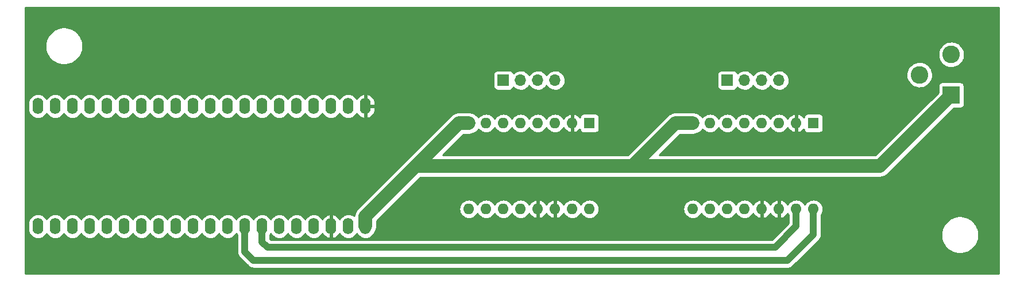
<source format=gbr>
G04 #@! TF.GenerationSoftware,KiCad,Pcbnew,5.99.0-unknown-c3175b4~86~ubuntu16.04.1*
G04 #@! TF.CreationDate,2019-11-27T13:40:58-05:00*
G04 #@! TF.ProjectId,sketchy,736b6574-6368-4792-9e6b-696361645f70,rev?*
G04 #@! TF.SameCoordinates,Original*
G04 #@! TF.FileFunction,Copper,L2,Bot*
G04 #@! TF.FilePolarity,Positive*
%FSLAX46Y46*%
G04 Gerber Fmt 4.6, Leading zero omitted, Abs format (unit mm)*
G04 Created by KiCad (PCBNEW 5.99.0-unknown-c3175b4~86~ubuntu16.04.1) date 2019-11-27 13:40:58*
%MOMM*%
%LPD*%
G04 APERTURE LIST*
%ADD10R,1.700000X1.700000*%
%ADD11O,1.700000X1.700000*%
%ADD12R,1.600000X1.600000*%
%ADD13O,1.600000X1.600000*%
%ADD14O,1.600000X2.400000*%
%ADD15R,2.600000X2.600000*%
%ADD16C,2.600000*%
%ADD17C,2.000000*%
%ADD18C,1.000000*%
%ADD19C,0.254000*%
G04 APERTURE END LIST*
D10*
X161290000Y-63500000D03*
D11*
X163830000Y-63500000D03*
X166370000Y-63500000D03*
X168910000Y-63500000D03*
D10*
X128270000Y-63500000D03*
D11*
X130810000Y-63500000D03*
X133350000Y-63500000D03*
X135890000Y-63500000D03*
D12*
X173990000Y-69850000D03*
D13*
X156210000Y-82550000D03*
X171450000Y-69850000D03*
X158750000Y-82550000D03*
X168910000Y-69850000D03*
X161290000Y-82550000D03*
X166370000Y-69850000D03*
X163830000Y-82550000D03*
X163830000Y-69850000D03*
X166370000Y-82550000D03*
X161290000Y-69850000D03*
X168910000Y-82550000D03*
X158750000Y-69850000D03*
X171450000Y-82550000D03*
X156210000Y-69850000D03*
X173990000Y-82550000D03*
D12*
X140970000Y-69850000D03*
D13*
X123190000Y-82550000D03*
X138430000Y-69850000D03*
X125730000Y-82550000D03*
X135890000Y-69850000D03*
X128270000Y-82550000D03*
X133350000Y-69850000D03*
X130810000Y-82550000D03*
X130810000Y-69850000D03*
X133350000Y-82550000D03*
X128270000Y-69850000D03*
X135890000Y-82550000D03*
X125730000Y-69850000D03*
X138430000Y-82550000D03*
X123190000Y-69850000D03*
X140970000Y-82550000D03*
D14*
X64740000Y-85090000D03*
X62200000Y-85090000D03*
X59660000Y-85090000D03*
X59660000Y-67310000D03*
X62200000Y-67310000D03*
X64740000Y-67310000D03*
X107950000Y-85090000D03*
X107920000Y-67310000D03*
X105410000Y-85090000D03*
X105380000Y-67310000D03*
X102870000Y-85090000D03*
X102840000Y-67310000D03*
X100330000Y-85090000D03*
X100300000Y-67310000D03*
X97790000Y-85090000D03*
X97760000Y-67310000D03*
X95250000Y-85090000D03*
X95220000Y-67310000D03*
X92710000Y-85090000D03*
X92680000Y-67310000D03*
X90170000Y-85090000D03*
X90140000Y-67310000D03*
X87630000Y-85090000D03*
X87600000Y-67310000D03*
X85090000Y-85090000D03*
X85060000Y-67310000D03*
X82550000Y-85090000D03*
X82520000Y-67310000D03*
X80010000Y-85090000D03*
X79980000Y-67310000D03*
X77470000Y-85090000D03*
X77440000Y-67310000D03*
X74930000Y-85090000D03*
X74900000Y-67310000D03*
X72390000Y-85090000D03*
X72360000Y-67310000D03*
X69850000Y-85090000D03*
X69820000Y-67310000D03*
X67310000Y-85090000D03*
X67280000Y-67310000D03*
D15*
X194310000Y-65690000D03*
D16*
X194310000Y-59690000D03*
X189610000Y-62690000D03*
D17*
X107950000Y-83640000D02*
X107950000Y-85090000D01*
X115390000Y-76200000D02*
X107950000Y-83640000D01*
X121740000Y-69850000D02*
X115390000Y-76200000D01*
X123190000Y-69850000D02*
X121740000Y-69850000D01*
X156210000Y-69850000D02*
X153670000Y-69850000D01*
X147320000Y-76200000D02*
X115390000Y-76200000D01*
X153670000Y-69850000D02*
X147320000Y-76200000D01*
X183800000Y-76200000D02*
X147320000Y-76200000D01*
X194310000Y-65690000D02*
X183800000Y-76200000D01*
D18*
X171450000Y-85090000D02*
X171450000Y-82550000D01*
X92710000Y-85090000D02*
X92710000Y-87420659D01*
X93505494Y-88216153D02*
X168323847Y-88216153D01*
X92710000Y-87420659D02*
X93505494Y-88216153D01*
X168323847Y-88216153D02*
X171450000Y-85090000D01*
X173990000Y-86360000D02*
X173990000Y-82550000D01*
X90170000Y-85090000D02*
X90170000Y-88900000D01*
X170180000Y-90170000D02*
X173990000Y-86360000D01*
X90170000Y-88900000D02*
X91440000Y-90170000D01*
X91440000Y-90170000D02*
X170180000Y-90170000D01*
D19*
G36*
X201296000Y-92076000D02*
G01*
X57784000Y-92076000D01*
X57784000Y-84627394D01*
X58226000Y-84627394D01*
X58226000Y-85552605D01*
X58242391Y-85739961D01*
X58307333Y-85982329D01*
X58413376Y-86209738D01*
X58557297Y-86415277D01*
X58734721Y-86592703D01*
X58940261Y-86736624D01*
X59167670Y-86842667D01*
X59410038Y-86907609D01*
X59660000Y-86929477D01*
X59909961Y-86907609D01*
X60152329Y-86842667D01*
X60379738Y-86736624D01*
X60585277Y-86592703D01*
X60762703Y-86415279D01*
X60906624Y-86209739D01*
X60930000Y-86159608D01*
X60953376Y-86209738D01*
X61097297Y-86415277D01*
X61274721Y-86592703D01*
X61480261Y-86736624D01*
X61707670Y-86842667D01*
X61950038Y-86907609D01*
X62200000Y-86929477D01*
X62449961Y-86907609D01*
X62692329Y-86842667D01*
X62919738Y-86736624D01*
X63125277Y-86592703D01*
X63302703Y-86415279D01*
X63446624Y-86209739D01*
X63470000Y-86159608D01*
X63493376Y-86209738D01*
X63637297Y-86415277D01*
X63814721Y-86592703D01*
X64020261Y-86736624D01*
X64247670Y-86842667D01*
X64490038Y-86907609D01*
X64740000Y-86929477D01*
X64989961Y-86907609D01*
X65232329Y-86842667D01*
X65459738Y-86736624D01*
X65665277Y-86592703D01*
X65842703Y-86415279D01*
X65986624Y-86209739D01*
X66025000Y-86127441D01*
X66063376Y-86209738D01*
X66207297Y-86415277D01*
X66384721Y-86592703D01*
X66590261Y-86736624D01*
X66817670Y-86842667D01*
X67060038Y-86907609D01*
X67310000Y-86929477D01*
X67559961Y-86907609D01*
X67802329Y-86842667D01*
X68029738Y-86736624D01*
X68235277Y-86592703D01*
X68412703Y-86415279D01*
X68556624Y-86209739D01*
X68580000Y-86159608D01*
X68603376Y-86209738D01*
X68747297Y-86415277D01*
X68924721Y-86592703D01*
X69130261Y-86736624D01*
X69357670Y-86842667D01*
X69600038Y-86907609D01*
X69850000Y-86929477D01*
X70099961Y-86907609D01*
X70342329Y-86842667D01*
X70569738Y-86736624D01*
X70775277Y-86592703D01*
X70952703Y-86415279D01*
X71096624Y-86209739D01*
X71120000Y-86159608D01*
X71143376Y-86209738D01*
X71287297Y-86415277D01*
X71464721Y-86592703D01*
X71670261Y-86736624D01*
X71897670Y-86842667D01*
X72140038Y-86907609D01*
X72390000Y-86929477D01*
X72639961Y-86907609D01*
X72882329Y-86842667D01*
X73109738Y-86736624D01*
X73315277Y-86592703D01*
X73492703Y-86415279D01*
X73636624Y-86209739D01*
X73660000Y-86159608D01*
X73683376Y-86209738D01*
X73827297Y-86415277D01*
X74004721Y-86592703D01*
X74210261Y-86736624D01*
X74437670Y-86842667D01*
X74680038Y-86907609D01*
X74930000Y-86929477D01*
X75179961Y-86907609D01*
X75422329Y-86842667D01*
X75649738Y-86736624D01*
X75855277Y-86592703D01*
X76032703Y-86415279D01*
X76176624Y-86209739D01*
X76200000Y-86159608D01*
X76223376Y-86209738D01*
X76367297Y-86415277D01*
X76544721Y-86592703D01*
X76750261Y-86736624D01*
X76977670Y-86842667D01*
X77220038Y-86907609D01*
X77470000Y-86929477D01*
X77719961Y-86907609D01*
X77962329Y-86842667D01*
X78189738Y-86736624D01*
X78395277Y-86592703D01*
X78572703Y-86415279D01*
X78716624Y-86209739D01*
X78740000Y-86159608D01*
X78763376Y-86209738D01*
X78907297Y-86415277D01*
X79084721Y-86592703D01*
X79290261Y-86736624D01*
X79517670Y-86842667D01*
X79760038Y-86907609D01*
X80010000Y-86929477D01*
X80259961Y-86907609D01*
X80502329Y-86842667D01*
X80729738Y-86736624D01*
X80935277Y-86592703D01*
X81112703Y-86415279D01*
X81256624Y-86209739D01*
X81280000Y-86159608D01*
X81303376Y-86209738D01*
X81447297Y-86415277D01*
X81624721Y-86592703D01*
X81830261Y-86736624D01*
X82057670Y-86842667D01*
X82300038Y-86907609D01*
X82550000Y-86929477D01*
X82799961Y-86907609D01*
X83042329Y-86842667D01*
X83269738Y-86736624D01*
X83475277Y-86592703D01*
X83652703Y-86415279D01*
X83796624Y-86209739D01*
X83820000Y-86159608D01*
X83843376Y-86209738D01*
X83987297Y-86415277D01*
X84164721Y-86592703D01*
X84370261Y-86736624D01*
X84597670Y-86842667D01*
X84840038Y-86907609D01*
X85090000Y-86929477D01*
X85339961Y-86907609D01*
X85582329Y-86842667D01*
X85809738Y-86736624D01*
X86015277Y-86592703D01*
X86192703Y-86415279D01*
X86336624Y-86209739D01*
X86360000Y-86159608D01*
X86383376Y-86209738D01*
X86527297Y-86415277D01*
X86704721Y-86592703D01*
X86910261Y-86736624D01*
X87137670Y-86842667D01*
X87380038Y-86907609D01*
X87630000Y-86929477D01*
X87879961Y-86907609D01*
X88122329Y-86842667D01*
X88349738Y-86736624D01*
X88555277Y-86592703D01*
X88732703Y-86415279D01*
X88876624Y-86209739D01*
X88900000Y-86159608D01*
X88923376Y-86209738D01*
X89036000Y-86370582D01*
X89036001Y-88860678D01*
X89029245Y-88959784D01*
X89047731Y-89065704D01*
X89060652Y-89172483D01*
X89071271Y-89200583D01*
X89076433Y-89230165D01*
X89119653Y-89328625D01*
X89157671Y-89429234D01*
X89174684Y-89453987D01*
X89186891Y-89481795D01*
X89247475Y-89559901D01*
X89313133Y-89655432D01*
X89391844Y-89725561D01*
X90610331Y-90944048D01*
X90675637Y-91018910D01*
X90763611Y-91080740D01*
X90848246Y-91147101D01*
X90875624Y-91159463D01*
X90900195Y-91176732D01*
X91000378Y-91215792D01*
X91098397Y-91260049D01*
X91127932Y-91265524D01*
X91156229Y-91276555D01*
X91254309Y-91288946D01*
X91368273Y-91310068D01*
X91473502Y-91304000D01*
X170140692Y-91304000D01*
X170239783Y-91310755D01*
X170345701Y-91292270D01*
X170452482Y-91279349D01*
X170480586Y-91268729D01*
X170510167Y-91263566D01*
X170608614Y-91220352D01*
X170709234Y-91182330D01*
X170733992Y-91165314D01*
X170761795Y-91153109D01*
X170839902Y-91092523D01*
X170935431Y-91026869D01*
X171005569Y-90948148D01*
X174764048Y-87189669D01*
X174838910Y-87124362D01*
X174900746Y-87036379D01*
X174967103Y-86951753D01*
X174979464Y-86924376D01*
X174996732Y-86899806D01*
X175035790Y-86799626D01*
X175080050Y-86701600D01*
X175085522Y-86672071D01*
X175096555Y-86643772D01*
X175108945Y-86545694D01*
X175130068Y-86431727D01*
X175124000Y-86326498D01*
X175124000Y-86286985D01*
X192791671Y-86286985D01*
X192803556Y-86627341D01*
X192856832Y-86963712D01*
X192950704Y-87291082D01*
X193083772Y-87604573D01*
X193254054Y-87899510D01*
X193459011Y-88171496D01*
X193695586Y-88416477D01*
X193960254Y-88630800D01*
X194249068Y-88811272D01*
X194557724Y-88955201D01*
X194881619Y-89060441D01*
X195215925Y-89125422D01*
X195555659Y-89149180D01*
X195895756Y-89131356D01*
X196231146Y-89072218D01*
X196556829Y-88972646D01*
X196867949Y-88834126D01*
X197159869Y-88658723D01*
X197428236Y-88449052D01*
X197669052Y-88208236D01*
X197878723Y-87939869D01*
X198054126Y-87647949D01*
X198192646Y-87336829D01*
X198292218Y-87011146D01*
X198351644Y-86674124D01*
X198364285Y-86191363D01*
X198322579Y-85851693D01*
X198240189Y-85521245D01*
X198118141Y-85203302D01*
X197958256Y-84902602D01*
X197762918Y-84623629D01*
X197535036Y-84370540D01*
X197278009Y-84147111D01*
X196995669Y-83956670D01*
X196692225Y-83802057D01*
X196372200Y-83685578D01*
X196040365Y-83608968D01*
X195701667Y-83573370D01*
X195361156Y-83579313D01*
X195023906Y-83626711D01*
X194694947Y-83714855D01*
X194379181Y-83842432D01*
X194081318Y-84007540D01*
X193805796Y-84207719D01*
X193556724Y-84439982D01*
X193337814Y-84700869D01*
X193152329Y-84986490D01*
X193003037Y-85292587D01*
X192892160Y-85614596D01*
X192821352Y-85947717D01*
X192791671Y-86286985D01*
X175124000Y-86286985D01*
X175124000Y-83430583D01*
X175236624Y-83269739D01*
X175342667Y-83042330D01*
X175407609Y-82799962D01*
X175429477Y-82550000D01*
X175407609Y-82300038D01*
X175342667Y-82057670D01*
X175236624Y-81830261D01*
X175092703Y-81624721D01*
X174915279Y-81447297D01*
X174709739Y-81303376D01*
X174482330Y-81197333D01*
X174239962Y-81132391D01*
X174052606Y-81116000D01*
X173927394Y-81116000D01*
X173740038Y-81132391D01*
X173497670Y-81197333D01*
X173270261Y-81303376D01*
X173064721Y-81447297D01*
X172887297Y-81624721D01*
X172743376Y-81830261D01*
X172720000Y-81880391D01*
X172696624Y-81830261D01*
X172552703Y-81624721D01*
X172375279Y-81447297D01*
X172169739Y-81303376D01*
X171942330Y-81197333D01*
X171699962Y-81132391D01*
X171512606Y-81116000D01*
X171387394Y-81116000D01*
X171200038Y-81132391D01*
X170957670Y-81197333D01*
X170730261Y-81303376D01*
X170524721Y-81447297D01*
X170347297Y-81624721D01*
X170203376Y-81830261D01*
X170180000Y-81880391D01*
X170156624Y-81830261D01*
X170012703Y-81624721D01*
X169835279Y-81447297D01*
X169629739Y-81303376D01*
X169402330Y-81197333D01*
X169038000Y-81099712D01*
X169038000Y-84000288D01*
X169402330Y-83902667D01*
X169629739Y-83796624D01*
X169835279Y-83652703D01*
X170012703Y-83475279D01*
X170156624Y-83269739D01*
X170180000Y-83219609D01*
X170203376Y-83269739D01*
X170316001Y-83430584D01*
X170316000Y-84620282D01*
X167854131Y-87082153D01*
X93975212Y-87082153D01*
X93844000Y-86950942D01*
X93844000Y-86370583D01*
X93956624Y-86209739D01*
X93980000Y-86159608D01*
X94003376Y-86209738D01*
X94147297Y-86415277D01*
X94324721Y-86592703D01*
X94530261Y-86736624D01*
X94757670Y-86842667D01*
X95000038Y-86907609D01*
X95250000Y-86929477D01*
X95499961Y-86907609D01*
X95742329Y-86842667D01*
X95969738Y-86736624D01*
X96175277Y-86592703D01*
X96352703Y-86415279D01*
X96496624Y-86209739D01*
X96520000Y-86159608D01*
X96543376Y-86209738D01*
X96687297Y-86415277D01*
X96864721Y-86592703D01*
X97070261Y-86736624D01*
X97297670Y-86842667D01*
X97540038Y-86907609D01*
X97790000Y-86929477D01*
X98039961Y-86907609D01*
X98282329Y-86842667D01*
X98509738Y-86736624D01*
X98715277Y-86592703D01*
X98892703Y-86415279D01*
X99036624Y-86209739D01*
X99060000Y-86159608D01*
X99083376Y-86209738D01*
X99227297Y-86415277D01*
X99404721Y-86592703D01*
X99610261Y-86736624D01*
X99837670Y-86842667D01*
X100080038Y-86907609D01*
X100330000Y-86929477D01*
X100579961Y-86907609D01*
X100822329Y-86842667D01*
X101049738Y-86736624D01*
X101255277Y-86592703D01*
X101432703Y-86415279D01*
X101576624Y-86209739D01*
X101600000Y-86159608D01*
X101623376Y-86209738D01*
X101767297Y-86415277D01*
X101944721Y-86592703D01*
X102150261Y-86736624D01*
X102377670Y-86842667D01*
X102742000Y-86940288D01*
X102742000Y-83239712D01*
X102998000Y-83239712D01*
X102998000Y-86940289D01*
X103362329Y-86842667D01*
X103589738Y-86736624D01*
X103795277Y-86592703D01*
X103972703Y-86415279D01*
X104116624Y-86209739D01*
X104140000Y-86159608D01*
X104163376Y-86209738D01*
X104307297Y-86415277D01*
X104484721Y-86592703D01*
X104690261Y-86736624D01*
X104917670Y-86842667D01*
X105160038Y-86907609D01*
X105410000Y-86929477D01*
X105659961Y-86907609D01*
X105902329Y-86842667D01*
X106129738Y-86736624D01*
X106335277Y-86592703D01*
X106512703Y-86415279D01*
X106656624Y-86209739D01*
X106680000Y-86159609D01*
X106703376Y-86209738D01*
X106847297Y-86415277D01*
X107024721Y-86592703D01*
X107230261Y-86736624D01*
X107457670Y-86842667D01*
X107700038Y-86907609D01*
X107950000Y-86929477D01*
X108199961Y-86907609D01*
X108442329Y-86842667D01*
X108669738Y-86736624D01*
X108875277Y-86592703D01*
X109052703Y-86415279D01*
X109196624Y-86209739D01*
X109268214Y-86056215D01*
X109383708Y-85891273D01*
X109516871Y-85583552D01*
X109584000Y-85149925D01*
X109584000Y-84316823D01*
X111350823Y-82550000D01*
X121750523Y-82550000D01*
X121772391Y-82799962D01*
X121837333Y-83042330D01*
X121943376Y-83269739D01*
X122087297Y-83475279D01*
X122264721Y-83652703D01*
X122470261Y-83796624D01*
X122697670Y-83902667D01*
X122940038Y-83967609D01*
X123127394Y-83984000D01*
X123252606Y-83984000D01*
X123439962Y-83967609D01*
X123682330Y-83902667D01*
X123909739Y-83796624D01*
X124115279Y-83652703D01*
X124292703Y-83475279D01*
X124436624Y-83269739D01*
X124460000Y-83219609D01*
X124483376Y-83269739D01*
X124627297Y-83475279D01*
X124804721Y-83652703D01*
X125010261Y-83796624D01*
X125237670Y-83902667D01*
X125480038Y-83967609D01*
X125667394Y-83984000D01*
X125792606Y-83984000D01*
X125979962Y-83967609D01*
X126222330Y-83902667D01*
X126449739Y-83796624D01*
X126655279Y-83652703D01*
X126832703Y-83475279D01*
X126976624Y-83269739D01*
X127000000Y-83219609D01*
X127023376Y-83269739D01*
X127167297Y-83475279D01*
X127344721Y-83652703D01*
X127550261Y-83796624D01*
X127777670Y-83902667D01*
X128020038Y-83967609D01*
X128207394Y-83984000D01*
X128332606Y-83984000D01*
X128519962Y-83967609D01*
X128762330Y-83902667D01*
X128989739Y-83796624D01*
X129195279Y-83652703D01*
X129372703Y-83475279D01*
X129516624Y-83269739D01*
X129540000Y-83219609D01*
X129563376Y-83269739D01*
X129707297Y-83475279D01*
X129884721Y-83652703D01*
X130090261Y-83796624D01*
X130317670Y-83902667D01*
X130560038Y-83967609D01*
X130747394Y-83984000D01*
X130872606Y-83984000D01*
X131059962Y-83967609D01*
X131302330Y-83902667D01*
X131529739Y-83796624D01*
X131735279Y-83652703D01*
X131912703Y-83475279D01*
X132056624Y-83269739D01*
X132080000Y-83219609D01*
X132103376Y-83269739D01*
X132247297Y-83475279D01*
X132424721Y-83652703D01*
X132630261Y-83796624D01*
X132857670Y-83902667D01*
X133222000Y-84000288D01*
X133222000Y-81099712D01*
X133478000Y-81099712D01*
X133478000Y-84000288D01*
X133842330Y-83902667D01*
X134069739Y-83796624D01*
X134275279Y-83652703D01*
X134452703Y-83475279D01*
X134596624Y-83269739D01*
X134620000Y-83219609D01*
X134643376Y-83269739D01*
X134787297Y-83475279D01*
X134964721Y-83652703D01*
X135170261Y-83796624D01*
X135397670Y-83902667D01*
X135762000Y-84000288D01*
X136018000Y-84000288D01*
X136382330Y-83902667D01*
X136609739Y-83796624D01*
X136815279Y-83652703D01*
X136992703Y-83475279D01*
X137136624Y-83269739D01*
X137160000Y-83219609D01*
X137183376Y-83269739D01*
X137327297Y-83475279D01*
X137504721Y-83652703D01*
X137710261Y-83796624D01*
X137937670Y-83902667D01*
X138180038Y-83967609D01*
X138367394Y-83984000D01*
X138492606Y-83984000D01*
X138679962Y-83967609D01*
X138922330Y-83902667D01*
X139149739Y-83796624D01*
X139355279Y-83652703D01*
X139532703Y-83475279D01*
X139676624Y-83269739D01*
X139700000Y-83219609D01*
X139723376Y-83269739D01*
X139867297Y-83475279D01*
X140044721Y-83652703D01*
X140250261Y-83796624D01*
X140477670Y-83902667D01*
X140720038Y-83967609D01*
X140907394Y-83984000D01*
X141032606Y-83984000D01*
X141219962Y-83967609D01*
X141462330Y-83902667D01*
X141689739Y-83796624D01*
X141895279Y-83652703D01*
X142072703Y-83475279D01*
X142216624Y-83269739D01*
X142322667Y-83042330D01*
X142387609Y-82799962D01*
X142409477Y-82550000D01*
X154770523Y-82550000D01*
X154792391Y-82799962D01*
X154857333Y-83042330D01*
X154963376Y-83269739D01*
X155107297Y-83475279D01*
X155284721Y-83652703D01*
X155490261Y-83796624D01*
X155717670Y-83902667D01*
X155960038Y-83967609D01*
X156147394Y-83984000D01*
X156272606Y-83984000D01*
X156459962Y-83967609D01*
X156702330Y-83902667D01*
X156929739Y-83796624D01*
X157135279Y-83652703D01*
X157312703Y-83475279D01*
X157456624Y-83269739D01*
X157480000Y-83219609D01*
X157503376Y-83269739D01*
X157647297Y-83475279D01*
X157824721Y-83652703D01*
X158030261Y-83796624D01*
X158257670Y-83902667D01*
X158500038Y-83967609D01*
X158687394Y-83984000D01*
X158812606Y-83984000D01*
X158999962Y-83967609D01*
X159242330Y-83902667D01*
X159469739Y-83796624D01*
X159675279Y-83652703D01*
X159852703Y-83475279D01*
X159996624Y-83269739D01*
X160020000Y-83219609D01*
X160043376Y-83269739D01*
X160187297Y-83475279D01*
X160364721Y-83652703D01*
X160570261Y-83796624D01*
X160797670Y-83902667D01*
X161040038Y-83967609D01*
X161227394Y-83984000D01*
X161352606Y-83984000D01*
X161539962Y-83967609D01*
X161782330Y-83902667D01*
X162009739Y-83796624D01*
X162215279Y-83652703D01*
X162392703Y-83475279D01*
X162536624Y-83269739D01*
X162560000Y-83219609D01*
X162583376Y-83269739D01*
X162727297Y-83475279D01*
X162904721Y-83652703D01*
X163110261Y-83796624D01*
X163337670Y-83902667D01*
X163580038Y-83967609D01*
X163767394Y-83984000D01*
X163892606Y-83984000D01*
X164079962Y-83967609D01*
X164322330Y-83902667D01*
X164549739Y-83796624D01*
X164755279Y-83652703D01*
X164932703Y-83475279D01*
X165076624Y-83269739D01*
X165100000Y-83219609D01*
X165123376Y-83269739D01*
X165267297Y-83475279D01*
X165444721Y-83652703D01*
X165650261Y-83796624D01*
X165877670Y-83902667D01*
X166242000Y-84000288D01*
X166242000Y-81099712D01*
X166498000Y-81099712D01*
X166498000Y-84000288D01*
X166862330Y-83902667D01*
X167089739Y-83796624D01*
X167295279Y-83652703D01*
X167472703Y-83475279D01*
X167616624Y-83269739D01*
X167640000Y-83219609D01*
X167663376Y-83269739D01*
X167807297Y-83475279D01*
X167984721Y-83652703D01*
X168190261Y-83796624D01*
X168417670Y-83902667D01*
X168782000Y-84000288D01*
X168782000Y-81099712D01*
X168417670Y-81197333D01*
X168190261Y-81303376D01*
X167984721Y-81447297D01*
X167807297Y-81624721D01*
X167663376Y-81830261D01*
X167640000Y-81880391D01*
X167616624Y-81830261D01*
X167472703Y-81624721D01*
X167295279Y-81447297D01*
X167089739Y-81303376D01*
X166862330Y-81197333D01*
X166498000Y-81099712D01*
X166242000Y-81099712D01*
X165877670Y-81197333D01*
X165650261Y-81303376D01*
X165444721Y-81447297D01*
X165267297Y-81624721D01*
X165123376Y-81830261D01*
X165100000Y-81880391D01*
X165076624Y-81830261D01*
X164932703Y-81624721D01*
X164755279Y-81447297D01*
X164549739Y-81303376D01*
X164322330Y-81197333D01*
X164079962Y-81132391D01*
X163892606Y-81116000D01*
X163767394Y-81116000D01*
X163580038Y-81132391D01*
X163337670Y-81197333D01*
X163110261Y-81303376D01*
X162904721Y-81447297D01*
X162727297Y-81624721D01*
X162583376Y-81830261D01*
X162560000Y-81880391D01*
X162536624Y-81830261D01*
X162392703Y-81624721D01*
X162215279Y-81447297D01*
X162009739Y-81303376D01*
X161782330Y-81197333D01*
X161539962Y-81132391D01*
X161352606Y-81116000D01*
X161227394Y-81116000D01*
X161040038Y-81132391D01*
X160797670Y-81197333D01*
X160570261Y-81303376D01*
X160364721Y-81447297D01*
X160187297Y-81624721D01*
X160043376Y-81830261D01*
X160020000Y-81880391D01*
X159996624Y-81830261D01*
X159852703Y-81624721D01*
X159675279Y-81447297D01*
X159469739Y-81303376D01*
X159242330Y-81197333D01*
X158999962Y-81132391D01*
X158812606Y-81116000D01*
X158687394Y-81116000D01*
X158500038Y-81132391D01*
X158257670Y-81197333D01*
X158030261Y-81303376D01*
X157824721Y-81447297D01*
X157647297Y-81624721D01*
X157503376Y-81830261D01*
X157480000Y-81880391D01*
X157456624Y-81830261D01*
X157312703Y-81624721D01*
X157135279Y-81447297D01*
X156929739Y-81303376D01*
X156702330Y-81197333D01*
X156459962Y-81132391D01*
X156272606Y-81116000D01*
X156147394Y-81116000D01*
X155960038Y-81132391D01*
X155717670Y-81197333D01*
X155490261Y-81303376D01*
X155284721Y-81447297D01*
X155107297Y-81624721D01*
X154963376Y-81830261D01*
X154857333Y-82057670D01*
X154792391Y-82300038D01*
X154770523Y-82550000D01*
X142409477Y-82550000D01*
X142387609Y-82300038D01*
X142322667Y-82057670D01*
X142216624Y-81830261D01*
X142072703Y-81624721D01*
X141895279Y-81447297D01*
X141689739Y-81303376D01*
X141462330Y-81197333D01*
X141219962Y-81132391D01*
X141032606Y-81116000D01*
X140907394Y-81116000D01*
X140720038Y-81132391D01*
X140477670Y-81197333D01*
X140250261Y-81303376D01*
X140044721Y-81447297D01*
X139867297Y-81624721D01*
X139723376Y-81830261D01*
X139700000Y-81880391D01*
X139676624Y-81830261D01*
X139532703Y-81624721D01*
X139355279Y-81447297D01*
X139149739Y-81303376D01*
X138922330Y-81197333D01*
X138679962Y-81132391D01*
X138492606Y-81116000D01*
X138367394Y-81116000D01*
X138180038Y-81132391D01*
X137937670Y-81197333D01*
X137710261Y-81303376D01*
X137504721Y-81447297D01*
X137327297Y-81624721D01*
X137183376Y-81830261D01*
X137160000Y-81880391D01*
X137136624Y-81830261D01*
X136992703Y-81624721D01*
X136815279Y-81447297D01*
X136609739Y-81303376D01*
X136382330Y-81197333D01*
X136018000Y-81099712D01*
X136018000Y-84000288D01*
X135762000Y-84000288D01*
X135762000Y-81099712D01*
X135397670Y-81197333D01*
X135170261Y-81303376D01*
X134964721Y-81447297D01*
X134787297Y-81624721D01*
X134643376Y-81830261D01*
X134620000Y-81880391D01*
X134596624Y-81830261D01*
X134452703Y-81624721D01*
X134275279Y-81447297D01*
X134069739Y-81303376D01*
X133842330Y-81197333D01*
X133478000Y-81099712D01*
X133222000Y-81099712D01*
X132857670Y-81197333D01*
X132630261Y-81303376D01*
X132424721Y-81447297D01*
X132247297Y-81624721D01*
X132103376Y-81830261D01*
X132080000Y-81880391D01*
X132056624Y-81830261D01*
X131912703Y-81624721D01*
X131735279Y-81447297D01*
X131529739Y-81303376D01*
X131302330Y-81197333D01*
X131059962Y-81132391D01*
X130872606Y-81116000D01*
X130747394Y-81116000D01*
X130560038Y-81132391D01*
X130317670Y-81197333D01*
X130090261Y-81303376D01*
X129884721Y-81447297D01*
X129707297Y-81624721D01*
X129563376Y-81830261D01*
X129540000Y-81880391D01*
X129516624Y-81830261D01*
X129372703Y-81624721D01*
X129195279Y-81447297D01*
X128989739Y-81303376D01*
X128762330Y-81197333D01*
X128519962Y-81132391D01*
X128332606Y-81116000D01*
X128207394Y-81116000D01*
X128020038Y-81132391D01*
X127777670Y-81197333D01*
X127550261Y-81303376D01*
X127344721Y-81447297D01*
X127167297Y-81624721D01*
X127023376Y-81830261D01*
X127000000Y-81880391D01*
X126976624Y-81830261D01*
X126832703Y-81624721D01*
X126655279Y-81447297D01*
X126449739Y-81303376D01*
X126222330Y-81197333D01*
X125979962Y-81132391D01*
X125792606Y-81116000D01*
X125667394Y-81116000D01*
X125480038Y-81132391D01*
X125237670Y-81197333D01*
X125010261Y-81303376D01*
X124804721Y-81447297D01*
X124627297Y-81624721D01*
X124483376Y-81830261D01*
X124460000Y-81880391D01*
X124436624Y-81830261D01*
X124292703Y-81624721D01*
X124115279Y-81447297D01*
X123909739Y-81303376D01*
X123682330Y-81197333D01*
X123439962Y-81132391D01*
X123252606Y-81116000D01*
X123127394Y-81116000D01*
X122940038Y-81132391D01*
X122697670Y-81197333D01*
X122470261Y-81303376D01*
X122264721Y-81447297D01*
X122087297Y-81624721D01*
X121943376Y-81830261D01*
X121837333Y-82057670D01*
X121772391Y-82300038D01*
X121750523Y-82550000D01*
X111350823Y-82550000D01*
X116066824Y-77834000D01*
X147296607Y-77834000D01*
X147440288Y-77838013D01*
X147463048Y-77834000D01*
X183776607Y-77834000D01*
X183920287Y-77838013D01*
X184024729Y-77819598D01*
X184130255Y-77808879D01*
X184187815Y-77790841D01*
X184247199Y-77780369D01*
X184345809Y-77741327D01*
X184447020Y-77709610D01*
X184499770Y-77680370D01*
X184558951Y-77656939D01*
X184611733Y-77618308D01*
X184737354Y-77548675D01*
X184989397Y-77332648D01*
X185028204Y-77282619D01*
X194678987Y-67631837D01*
X195626588Y-67631837D01*
X195927512Y-67551205D01*
X196103165Y-67403815D01*
X196214956Y-67210186D01*
X196251837Y-67001024D01*
X196251837Y-64373412D01*
X196171205Y-64072489D01*
X196023815Y-63896835D01*
X195830186Y-63785044D01*
X195621024Y-63748163D01*
X192993412Y-63748163D01*
X192692489Y-63828795D01*
X192516835Y-63976185D01*
X192405044Y-64169814D01*
X192368163Y-64378976D01*
X192368163Y-65321013D01*
X183123177Y-74566000D01*
X151264823Y-74566000D01*
X154346824Y-71484000D01*
X156292937Y-71484000D01*
X156540255Y-71458879D01*
X156857020Y-71359610D01*
X157147354Y-71198675D01*
X157399397Y-70982648D01*
X157602855Y-70720352D01*
X157605324Y-70715335D01*
X157647297Y-70775279D01*
X157824721Y-70952703D01*
X158030261Y-71096624D01*
X158257670Y-71202667D01*
X158500038Y-71267609D01*
X158687394Y-71284000D01*
X158812606Y-71284000D01*
X158999962Y-71267609D01*
X159242330Y-71202667D01*
X159469739Y-71096624D01*
X159675279Y-70952703D01*
X159852703Y-70775279D01*
X159996624Y-70569739D01*
X160020000Y-70519609D01*
X160043376Y-70569739D01*
X160187297Y-70775279D01*
X160364721Y-70952703D01*
X160570261Y-71096624D01*
X160797670Y-71202667D01*
X161040038Y-71267609D01*
X161227394Y-71284000D01*
X161352606Y-71284000D01*
X161539962Y-71267609D01*
X161782330Y-71202667D01*
X162009739Y-71096624D01*
X162215279Y-70952703D01*
X162392703Y-70775279D01*
X162536624Y-70569739D01*
X162560000Y-70519609D01*
X162583376Y-70569739D01*
X162727297Y-70775279D01*
X162904721Y-70952703D01*
X163110261Y-71096624D01*
X163337670Y-71202667D01*
X163580038Y-71267609D01*
X163767394Y-71284000D01*
X163892606Y-71284000D01*
X164079962Y-71267609D01*
X164322330Y-71202667D01*
X164549739Y-71096624D01*
X164755279Y-70952703D01*
X164932703Y-70775279D01*
X165076624Y-70569739D01*
X165100000Y-70519609D01*
X165123376Y-70569739D01*
X165267297Y-70775279D01*
X165444721Y-70952703D01*
X165650261Y-71096624D01*
X165877670Y-71202667D01*
X166120038Y-71267609D01*
X166307394Y-71284000D01*
X166432606Y-71284000D01*
X166619962Y-71267609D01*
X166862330Y-71202667D01*
X167089739Y-71096624D01*
X167295279Y-70952703D01*
X167472703Y-70775279D01*
X167616624Y-70569739D01*
X167640000Y-70519609D01*
X167663376Y-70569739D01*
X167807297Y-70775279D01*
X167984721Y-70952703D01*
X168190261Y-71096624D01*
X168417670Y-71202667D01*
X168660038Y-71267609D01*
X168847394Y-71284000D01*
X168972606Y-71284000D01*
X169159962Y-71267609D01*
X169402330Y-71202667D01*
X169629739Y-71096624D01*
X169835279Y-70952703D01*
X170012703Y-70775279D01*
X170156624Y-70569739D01*
X170180000Y-70519609D01*
X170203376Y-70569739D01*
X170347297Y-70775279D01*
X170524721Y-70952703D01*
X170730261Y-71096624D01*
X170957670Y-71202667D01*
X171322000Y-71300288D01*
X171578000Y-71300288D01*
X171942330Y-71202667D01*
X172169739Y-71096624D01*
X172375279Y-70952703D01*
X172552703Y-70775279D01*
X172570483Y-70749887D01*
X172628795Y-70967512D01*
X172776185Y-71143165D01*
X172969814Y-71254956D01*
X173178976Y-71291837D01*
X174806588Y-71291837D01*
X175107512Y-71211205D01*
X175283165Y-71063815D01*
X175394956Y-70870186D01*
X175431837Y-70661024D01*
X175431837Y-69033412D01*
X175351205Y-68732489D01*
X175203815Y-68556835D01*
X175010186Y-68445044D01*
X174801024Y-68408163D01*
X173173412Y-68408163D01*
X172872489Y-68488795D01*
X172696835Y-68636185D01*
X172585044Y-68829814D01*
X172565170Y-68942525D01*
X172552703Y-68924721D01*
X172375279Y-68747297D01*
X172169739Y-68603376D01*
X171942330Y-68497333D01*
X171578000Y-68399712D01*
X171578000Y-71300288D01*
X171322000Y-71300288D01*
X171322000Y-68399712D01*
X170957670Y-68497333D01*
X170730261Y-68603376D01*
X170524721Y-68747297D01*
X170347297Y-68924721D01*
X170203376Y-69130261D01*
X170180000Y-69180391D01*
X170156624Y-69130261D01*
X170012703Y-68924721D01*
X169835279Y-68747297D01*
X169629739Y-68603376D01*
X169402330Y-68497333D01*
X169159962Y-68432391D01*
X168972606Y-68416000D01*
X168847394Y-68416000D01*
X168660038Y-68432391D01*
X168417670Y-68497333D01*
X168190261Y-68603376D01*
X167984721Y-68747297D01*
X167807297Y-68924721D01*
X167663376Y-69130261D01*
X167640000Y-69180391D01*
X167616624Y-69130261D01*
X167472703Y-68924721D01*
X167295279Y-68747297D01*
X167089739Y-68603376D01*
X166862330Y-68497333D01*
X166619962Y-68432391D01*
X166432606Y-68416000D01*
X166307394Y-68416000D01*
X166120038Y-68432391D01*
X165877670Y-68497333D01*
X165650261Y-68603376D01*
X165444721Y-68747297D01*
X165267297Y-68924721D01*
X165123376Y-69130261D01*
X165100000Y-69180391D01*
X165076624Y-69130261D01*
X164932703Y-68924721D01*
X164755279Y-68747297D01*
X164549739Y-68603376D01*
X164322330Y-68497333D01*
X164079962Y-68432391D01*
X163892606Y-68416000D01*
X163767394Y-68416000D01*
X163580038Y-68432391D01*
X163337670Y-68497333D01*
X163110261Y-68603376D01*
X162904721Y-68747297D01*
X162727297Y-68924721D01*
X162583376Y-69130261D01*
X162560000Y-69180391D01*
X162536624Y-69130261D01*
X162392703Y-68924721D01*
X162215279Y-68747297D01*
X162009739Y-68603376D01*
X161782330Y-68497333D01*
X161539962Y-68432391D01*
X161352606Y-68416000D01*
X161227394Y-68416000D01*
X161040038Y-68432391D01*
X160797670Y-68497333D01*
X160570261Y-68603376D01*
X160364721Y-68747297D01*
X160187297Y-68924721D01*
X160043376Y-69130261D01*
X160020000Y-69180391D01*
X159996624Y-69130261D01*
X159852703Y-68924721D01*
X159675279Y-68747297D01*
X159469739Y-68603376D01*
X159242330Y-68497333D01*
X158999962Y-68432391D01*
X158812606Y-68416000D01*
X158687394Y-68416000D01*
X158500038Y-68432391D01*
X158257670Y-68497333D01*
X158030261Y-68603376D01*
X157824721Y-68747297D01*
X157647297Y-68924721D01*
X157600423Y-68991664D01*
X157511276Y-68847883D01*
X157283194Y-68606693D01*
X157011273Y-68416292D01*
X156703552Y-68283129D01*
X156269925Y-68216000D01*
X153693392Y-68216000D01*
X153549710Y-68211987D01*
X153445267Y-68230403D01*
X153339745Y-68241121D01*
X153282188Y-68259159D01*
X153222800Y-68269631D01*
X153124192Y-68308672D01*
X153022980Y-68340390D01*
X152970232Y-68369629D01*
X152911048Y-68393061D01*
X152858261Y-68431695D01*
X152732646Y-68501325D01*
X152480603Y-68717352D01*
X152441803Y-68767373D01*
X146643177Y-74566000D01*
X119334823Y-74566000D01*
X122416824Y-71484000D01*
X123272937Y-71484000D01*
X123520255Y-71458879D01*
X123837020Y-71359610D01*
X124127354Y-71198675D01*
X124379397Y-70982648D01*
X124582855Y-70720352D01*
X124585324Y-70715335D01*
X124627297Y-70775279D01*
X124804721Y-70952703D01*
X125010261Y-71096624D01*
X125237670Y-71202667D01*
X125480038Y-71267609D01*
X125667394Y-71284000D01*
X125792606Y-71284000D01*
X125979962Y-71267609D01*
X126222330Y-71202667D01*
X126449739Y-71096624D01*
X126655279Y-70952703D01*
X126832703Y-70775279D01*
X126976624Y-70569739D01*
X127000000Y-70519609D01*
X127023376Y-70569739D01*
X127167297Y-70775279D01*
X127344721Y-70952703D01*
X127550261Y-71096624D01*
X127777670Y-71202667D01*
X128020038Y-71267609D01*
X128207394Y-71284000D01*
X128332606Y-71284000D01*
X128519962Y-71267609D01*
X128762330Y-71202667D01*
X128989739Y-71096624D01*
X129195279Y-70952703D01*
X129372703Y-70775279D01*
X129516624Y-70569739D01*
X129540000Y-70519609D01*
X129563376Y-70569739D01*
X129707297Y-70775279D01*
X129884721Y-70952703D01*
X130090261Y-71096624D01*
X130317670Y-71202667D01*
X130560038Y-71267609D01*
X130747394Y-71284000D01*
X130872606Y-71284000D01*
X131059962Y-71267609D01*
X131302330Y-71202667D01*
X131529739Y-71096624D01*
X131735279Y-70952703D01*
X131912703Y-70775279D01*
X132056624Y-70569739D01*
X132080000Y-70519609D01*
X132103376Y-70569739D01*
X132247297Y-70775279D01*
X132424721Y-70952703D01*
X132630261Y-71096624D01*
X132857670Y-71202667D01*
X133100038Y-71267609D01*
X133287394Y-71284000D01*
X133412606Y-71284000D01*
X133599962Y-71267609D01*
X133842330Y-71202667D01*
X134069739Y-71096624D01*
X134275279Y-70952703D01*
X134452703Y-70775279D01*
X134596624Y-70569739D01*
X134620000Y-70519609D01*
X134643376Y-70569739D01*
X134787297Y-70775279D01*
X134964721Y-70952703D01*
X135170261Y-71096624D01*
X135397670Y-71202667D01*
X135640038Y-71267609D01*
X135827394Y-71284000D01*
X135952606Y-71284000D01*
X136139962Y-71267609D01*
X136382330Y-71202667D01*
X136609739Y-71096624D01*
X136815279Y-70952703D01*
X136992703Y-70775279D01*
X137136624Y-70569739D01*
X137160000Y-70519609D01*
X137183376Y-70569739D01*
X137327297Y-70775279D01*
X137504721Y-70952703D01*
X137710261Y-71096624D01*
X137937670Y-71202667D01*
X138302000Y-71300288D01*
X138558000Y-71300288D01*
X138922330Y-71202667D01*
X139149739Y-71096624D01*
X139355279Y-70952703D01*
X139532703Y-70775279D01*
X139550483Y-70749887D01*
X139608795Y-70967512D01*
X139756185Y-71143165D01*
X139949814Y-71254956D01*
X140158976Y-71291837D01*
X141786588Y-71291837D01*
X142087512Y-71211205D01*
X142263165Y-71063815D01*
X142374956Y-70870186D01*
X142411837Y-70661024D01*
X142411837Y-69033412D01*
X142331205Y-68732489D01*
X142183815Y-68556835D01*
X141990186Y-68445044D01*
X141781024Y-68408163D01*
X140153412Y-68408163D01*
X139852489Y-68488795D01*
X139676835Y-68636185D01*
X139565044Y-68829814D01*
X139545170Y-68942525D01*
X139532703Y-68924721D01*
X139355279Y-68747297D01*
X139149739Y-68603376D01*
X138922330Y-68497333D01*
X138558000Y-68399712D01*
X138558000Y-71300288D01*
X138302000Y-71300288D01*
X138302000Y-68399712D01*
X137937670Y-68497333D01*
X137710261Y-68603376D01*
X137504721Y-68747297D01*
X137327297Y-68924721D01*
X137183376Y-69130261D01*
X137160000Y-69180391D01*
X137136624Y-69130261D01*
X136992703Y-68924721D01*
X136815279Y-68747297D01*
X136609739Y-68603376D01*
X136382330Y-68497333D01*
X136139962Y-68432391D01*
X135952606Y-68416000D01*
X135827394Y-68416000D01*
X135640038Y-68432391D01*
X135397670Y-68497333D01*
X135170261Y-68603376D01*
X134964721Y-68747297D01*
X134787297Y-68924721D01*
X134643376Y-69130261D01*
X134620000Y-69180391D01*
X134596624Y-69130261D01*
X134452703Y-68924721D01*
X134275279Y-68747297D01*
X134069739Y-68603376D01*
X133842330Y-68497333D01*
X133599962Y-68432391D01*
X133412606Y-68416000D01*
X133287394Y-68416000D01*
X133100038Y-68432391D01*
X132857670Y-68497333D01*
X132630261Y-68603376D01*
X132424721Y-68747297D01*
X132247297Y-68924721D01*
X132103376Y-69130261D01*
X132080000Y-69180391D01*
X132056624Y-69130261D01*
X131912703Y-68924721D01*
X131735279Y-68747297D01*
X131529739Y-68603376D01*
X131302330Y-68497333D01*
X131059962Y-68432391D01*
X130872606Y-68416000D01*
X130747394Y-68416000D01*
X130560038Y-68432391D01*
X130317670Y-68497333D01*
X130090261Y-68603376D01*
X129884721Y-68747297D01*
X129707297Y-68924721D01*
X129563376Y-69130261D01*
X129540000Y-69180391D01*
X129516624Y-69130261D01*
X129372703Y-68924721D01*
X129195279Y-68747297D01*
X128989739Y-68603376D01*
X128762330Y-68497333D01*
X128519962Y-68432391D01*
X128332606Y-68416000D01*
X128207394Y-68416000D01*
X128020038Y-68432391D01*
X127777670Y-68497333D01*
X127550261Y-68603376D01*
X127344721Y-68747297D01*
X127167297Y-68924721D01*
X127023376Y-69130261D01*
X127000000Y-69180391D01*
X126976624Y-69130261D01*
X126832703Y-68924721D01*
X126655279Y-68747297D01*
X126449739Y-68603376D01*
X126222330Y-68497333D01*
X125979962Y-68432391D01*
X125792606Y-68416000D01*
X125667394Y-68416000D01*
X125480038Y-68432391D01*
X125237670Y-68497333D01*
X125010261Y-68603376D01*
X124804721Y-68747297D01*
X124627297Y-68924721D01*
X124580423Y-68991664D01*
X124491276Y-68847883D01*
X124263194Y-68606693D01*
X123991273Y-68416292D01*
X123683552Y-68283129D01*
X123249925Y-68216000D01*
X121763392Y-68216000D01*
X121619710Y-68211987D01*
X121515267Y-68230403D01*
X121409745Y-68241121D01*
X121352188Y-68259159D01*
X121292800Y-68269631D01*
X121194192Y-68308672D01*
X121092980Y-68340390D01*
X121040232Y-68369629D01*
X120981048Y-68393061D01*
X120928261Y-68431695D01*
X120802646Y-68501325D01*
X120550603Y-68717352D01*
X120511803Y-68767373D01*
X114279139Y-75000038D01*
X114200603Y-75067352D01*
X114161803Y-75117373D01*
X106811149Y-82468028D01*
X106706693Y-82566807D01*
X106645861Y-82653684D01*
X106578826Y-82735877D01*
X106550885Y-82789323D01*
X106516292Y-82838728D01*
X106474169Y-82936066D01*
X106425032Y-83030058D01*
X106408412Y-83088022D01*
X106383129Y-83146448D01*
X106373119Y-83211101D01*
X106333534Y-83349153D01*
X106316235Y-83573962D01*
X106129739Y-83443376D01*
X105902330Y-83337333D01*
X105659962Y-83272391D01*
X105410000Y-83250523D01*
X105160039Y-83272391D01*
X104917671Y-83337333D01*
X104690262Y-83443376D01*
X104484722Y-83587297D01*
X104307298Y-83764721D01*
X104163376Y-83970261D01*
X104140000Y-84020391D01*
X104116624Y-83970261D01*
X103972703Y-83764721D01*
X103795279Y-83587297D01*
X103589739Y-83443376D01*
X103362330Y-83337333D01*
X102998000Y-83239712D01*
X102742000Y-83239712D01*
X102742000Y-83239711D01*
X102377671Y-83337333D01*
X102150262Y-83443376D01*
X101944722Y-83587297D01*
X101767298Y-83764721D01*
X101623376Y-83970261D01*
X101600000Y-84020391D01*
X101576624Y-83970261D01*
X101432703Y-83764721D01*
X101255279Y-83587297D01*
X101049739Y-83443376D01*
X100822330Y-83337333D01*
X100579962Y-83272391D01*
X100330000Y-83250523D01*
X100080039Y-83272391D01*
X99837671Y-83337333D01*
X99610262Y-83443376D01*
X99404722Y-83587297D01*
X99227298Y-83764721D01*
X99083376Y-83970261D01*
X99060000Y-84020391D01*
X99036624Y-83970261D01*
X98892703Y-83764721D01*
X98715279Y-83587297D01*
X98509739Y-83443376D01*
X98282330Y-83337333D01*
X98039962Y-83272391D01*
X97790000Y-83250523D01*
X97540039Y-83272391D01*
X97297671Y-83337333D01*
X97070262Y-83443376D01*
X96864722Y-83587297D01*
X96687298Y-83764721D01*
X96543376Y-83970261D01*
X96520000Y-84020391D01*
X96496624Y-83970261D01*
X96352703Y-83764721D01*
X96175279Y-83587297D01*
X95969739Y-83443376D01*
X95742330Y-83337333D01*
X95499962Y-83272391D01*
X95250000Y-83250523D01*
X95000039Y-83272391D01*
X94757671Y-83337333D01*
X94530262Y-83443376D01*
X94324722Y-83587297D01*
X94147298Y-83764721D01*
X94003376Y-83970261D01*
X93980000Y-84020391D01*
X93956624Y-83970261D01*
X93812703Y-83764721D01*
X93635279Y-83587297D01*
X93429739Y-83443376D01*
X93202330Y-83337333D01*
X92959962Y-83272391D01*
X92710000Y-83250523D01*
X92460039Y-83272391D01*
X92217671Y-83337333D01*
X91990262Y-83443376D01*
X91784722Y-83587297D01*
X91607298Y-83764721D01*
X91463376Y-83970261D01*
X91440000Y-84020391D01*
X91416624Y-83970261D01*
X91272703Y-83764721D01*
X91095279Y-83587297D01*
X90889739Y-83443376D01*
X90662330Y-83337333D01*
X90419962Y-83272391D01*
X90170000Y-83250523D01*
X89920039Y-83272391D01*
X89677671Y-83337333D01*
X89450262Y-83443376D01*
X89244722Y-83587297D01*
X89067298Y-83764721D01*
X88923376Y-83970261D01*
X88900000Y-84020391D01*
X88876624Y-83970261D01*
X88732703Y-83764721D01*
X88555279Y-83587297D01*
X88349739Y-83443376D01*
X88122330Y-83337333D01*
X87879962Y-83272391D01*
X87630000Y-83250523D01*
X87380039Y-83272391D01*
X87137671Y-83337333D01*
X86910262Y-83443376D01*
X86704722Y-83587297D01*
X86527298Y-83764721D01*
X86383376Y-83970261D01*
X86360000Y-84020391D01*
X86336624Y-83970261D01*
X86192703Y-83764721D01*
X86015279Y-83587297D01*
X85809739Y-83443376D01*
X85582330Y-83337333D01*
X85339962Y-83272391D01*
X85090000Y-83250523D01*
X84840039Y-83272391D01*
X84597671Y-83337333D01*
X84370262Y-83443376D01*
X84164722Y-83587297D01*
X83987298Y-83764721D01*
X83843376Y-83970261D01*
X83820000Y-84020391D01*
X83796624Y-83970261D01*
X83652703Y-83764721D01*
X83475279Y-83587297D01*
X83269739Y-83443376D01*
X83042330Y-83337333D01*
X82799962Y-83272391D01*
X82550000Y-83250523D01*
X82300039Y-83272391D01*
X82057671Y-83337333D01*
X81830262Y-83443376D01*
X81624722Y-83587297D01*
X81447298Y-83764721D01*
X81303376Y-83970261D01*
X81280000Y-84020391D01*
X81256624Y-83970261D01*
X81112703Y-83764721D01*
X80935279Y-83587297D01*
X80729739Y-83443376D01*
X80502330Y-83337333D01*
X80259962Y-83272391D01*
X80010000Y-83250523D01*
X79760039Y-83272391D01*
X79517671Y-83337333D01*
X79290262Y-83443376D01*
X79084722Y-83587297D01*
X78907298Y-83764721D01*
X78763376Y-83970261D01*
X78740000Y-84020391D01*
X78716624Y-83970261D01*
X78572703Y-83764721D01*
X78395279Y-83587297D01*
X78189739Y-83443376D01*
X77962330Y-83337333D01*
X77719962Y-83272391D01*
X77470000Y-83250523D01*
X77220039Y-83272391D01*
X76977671Y-83337333D01*
X76750262Y-83443376D01*
X76544722Y-83587297D01*
X76367298Y-83764721D01*
X76223376Y-83970261D01*
X76200000Y-84020391D01*
X76176624Y-83970261D01*
X76032703Y-83764721D01*
X75855279Y-83587297D01*
X75649739Y-83443376D01*
X75422330Y-83337333D01*
X75179962Y-83272391D01*
X74930000Y-83250523D01*
X74680039Y-83272391D01*
X74437671Y-83337333D01*
X74210262Y-83443376D01*
X74004722Y-83587297D01*
X73827298Y-83764721D01*
X73683376Y-83970261D01*
X73660000Y-84020391D01*
X73636624Y-83970261D01*
X73492703Y-83764721D01*
X73315279Y-83587297D01*
X73109739Y-83443376D01*
X72882330Y-83337333D01*
X72639962Y-83272391D01*
X72390000Y-83250523D01*
X72140039Y-83272391D01*
X71897671Y-83337333D01*
X71670262Y-83443376D01*
X71464722Y-83587297D01*
X71287298Y-83764721D01*
X71143376Y-83970261D01*
X71120000Y-84020391D01*
X71096624Y-83970261D01*
X70952703Y-83764721D01*
X70775279Y-83587297D01*
X70569739Y-83443376D01*
X70342330Y-83337333D01*
X70099962Y-83272391D01*
X69850000Y-83250523D01*
X69600039Y-83272391D01*
X69357671Y-83337333D01*
X69130262Y-83443376D01*
X68924722Y-83587297D01*
X68747298Y-83764721D01*
X68603376Y-83970261D01*
X68580000Y-84020391D01*
X68556624Y-83970261D01*
X68412703Y-83764721D01*
X68235279Y-83587297D01*
X68029739Y-83443376D01*
X67802330Y-83337333D01*
X67559962Y-83272391D01*
X67310000Y-83250523D01*
X67060039Y-83272391D01*
X66817671Y-83337333D01*
X66590262Y-83443376D01*
X66384722Y-83587297D01*
X66207298Y-83764721D01*
X66063376Y-83970261D01*
X66025000Y-84052558D01*
X65986624Y-83970261D01*
X65842703Y-83764721D01*
X65665279Y-83587297D01*
X65459739Y-83443376D01*
X65232330Y-83337333D01*
X64989962Y-83272391D01*
X64740000Y-83250523D01*
X64490039Y-83272391D01*
X64247671Y-83337333D01*
X64020262Y-83443376D01*
X63814722Y-83587297D01*
X63637298Y-83764721D01*
X63493376Y-83970261D01*
X63470000Y-84020391D01*
X63446624Y-83970261D01*
X63302703Y-83764721D01*
X63125279Y-83587297D01*
X62919739Y-83443376D01*
X62692330Y-83337333D01*
X62449962Y-83272391D01*
X62200000Y-83250523D01*
X61950039Y-83272391D01*
X61707671Y-83337333D01*
X61480262Y-83443376D01*
X61274722Y-83587297D01*
X61097298Y-83764721D01*
X60953376Y-83970261D01*
X60930000Y-84020391D01*
X60906624Y-83970261D01*
X60762703Y-83764721D01*
X60585279Y-83587297D01*
X60379739Y-83443376D01*
X60152330Y-83337333D01*
X59909962Y-83272391D01*
X59660000Y-83250523D01*
X59410039Y-83272391D01*
X59167671Y-83337333D01*
X58940262Y-83443376D01*
X58734722Y-83587297D01*
X58557298Y-83764721D01*
X58413376Y-83970261D01*
X58307333Y-84197670D01*
X58242391Y-84440038D01*
X58226000Y-84627394D01*
X57784000Y-84627394D01*
X57784000Y-66847394D01*
X58226000Y-66847394D01*
X58226000Y-67772605D01*
X58242391Y-67959961D01*
X58307333Y-68202329D01*
X58413376Y-68429738D01*
X58557297Y-68635277D01*
X58734721Y-68812703D01*
X58940261Y-68956624D01*
X59167670Y-69062667D01*
X59410038Y-69127609D01*
X59660000Y-69149477D01*
X59909961Y-69127609D01*
X60152329Y-69062667D01*
X60379738Y-68956624D01*
X60585277Y-68812703D01*
X60762703Y-68635279D01*
X60906624Y-68429739D01*
X60930000Y-68379608D01*
X60953376Y-68429738D01*
X61097297Y-68635277D01*
X61274721Y-68812703D01*
X61480261Y-68956624D01*
X61707670Y-69062667D01*
X61950038Y-69127609D01*
X62200000Y-69149477D01*
X62449961Y-69127609D01*
X62692329Y-69062667D01*
X62919738Y-68956624D01*
X63125277Y-68812703D01*
X63302703Y-68635279D01*
X63446624Y-68429739D01*
X63470000Y-68379608D01*
X63493376Y-68429738D01*
X63637297Y-68635277D01*
X63814721Y-68812703D01*
X64020261Y-68956624D01*
X64247670Y-69062667D01*
X64490038Y-69127609D01*
X64740000Y-69149477D01*
X64989961Y-69127609D01*
X65232329Y-69062667D01*
X65459738Y-68956624D01*
X65665277Y-68812703D01*
X65842703Y-68635279D01*
X65986624Y-68429739D01*
X66010000Y-68379608D01*
X66033376Y-68429738D01*
X66177297Y-68635277D01*
X66354721Y-68812703D01*
X66560261Y-68956624D01*
X66787670Y-69062667D01*
X67030038Y-69127609D01*
X67280000Y-69149477D01*
X67529961Y-69127609D01*
X67772329Y-69062667D01*
X67999738Y-68956624D01*
X68205277Y-68812703D01*
X68382703Y-68635279D01*
X68526624Y-68429739D01*
X68550000Y-68379608D01*
X68573376Y-68429738D01*
X68717297Y-68635277D01*
X68894721Y-68812703D01*
X69100261Y-68956624D01*
X69327670Y-69062667D01*
X69570038Y-69127609D01*
X69820000Y-69149477D01*
X70069961Y-69127609D01*
X70312329Y-69062667D01*
X70539738Y-68956624D01*
X70745277Y-68812703D01*
X70922703Y-68635279D01*
X71066624Y-68429739D01*
X71090000Y-68379608D01*
X71113376Y-68429738D01*
X71257297Y-68635277D01*
X71434721Y-68812703D01*
X71640261Y-68956624D01*
X71867670Y-69062667D01*
X72110038Y-69127609D01*
X72360000Y-69149477D01*
X72609961Y-69127609D01*
X72852329Y-69062667D01*
X73079738Y-68956624D01*
X73285277Y-68812703D01*
X73462703Y-68635279D01*
X73606624Y-68429739D01*
X73630000Y-68379608D01*
X73653376Y-68429738D01*
X73797297Y-68635277D01*
X73974721Y-68812703D01*
X74180261Y-68956624D01*
X74407670Y-69062667D01*
X74650038Y-69127609D01*
X74900000Y-69149477D01*
X75149961Y-69127609D01*
X75392329Y-69062667D01*
X75619738Y-68956624D01*
X75825277Y-68812703D01*
X76002703Y-68635279D01*
X76146624Y-68429739D01*
X76170000Y-68379608D01*
X76193376Y-68429738D01*
X76337297Y-68635277D01*
X76514721Y-68812703D01*
X76720261Y-68956624D01*
X76947670Y-69062667D01*
X77190038Y-69127609D01*
X77440000Y-69149477D01*
X77689961Y-69127609D01*
X77932329Y-69062667D01*
X78159738Y-68956624D01*
X78365277Y-68812703D01*
X78542703Y-68635279D01*
X78686624Y-68429739D01*
X78710000Y-68379608D01*
X78733376Y-68429738D01*
X78877297Y-68635277D01*
X79054721Y-68812703D01*
X79260261Y-68956624D01*
X79487670Y-69062667D01*
X79730038Y-69127609D01*
X79980000Y-69149477D01*
X80229961Y-69127609D01*
X80472329Y-69062667D01*
X80699738Y-68956624D01*
X80905277Y-68812703D01*
X81082703Y-68635279D01*
X81226624Y-68429739D01*
X81250000Y-68379608D01*
X81273376Y-68429738D01*
X81417297Y-68635277D01*
X81594721Y-68812703D01*
X81800261Y-68956624D01*
X82027670Y-69062667D01*
X82270038Y-69127609D01*
X82520000Y-69149477D01*
X82769961Y-69127609D01*
X83012329Y-69062667D01*
X83239738Y-68956624D01*
X83445277Y-68812703D01*
X83622703Y-68635279D01*
X83766624Y-68429739D01*
X83790000Y-68379608D01*
X83813376Y-68429738D01*
X83957297Y-68635277D01*
X84134721Y-68812703D01*
X84340261Y-68956624D01*
X84567670Y-69062667D01*
X84810038Y-69127609D01*
X85060000Y-69149477D01*
X85309961Y-69127609D01*
X85552329Y-69062667D01*
X85779738Y-68956624D01*
X85985277Y-68812703D01*
X86162703Y-68635279D01*
X86306624Y-68429739D01*
X86330000Y-68379608D01*
X86353376Y-68429738D01*
X86497297Y-68635277D01*
X86674721Y-68812703D01*
X86880261Y-68956624D01*
X87107670Y-69062667D01*
X87350038Y-69127609D01*
X87600000Y-69149477D01*
X87849961Y-69127609D01*
X88092329Y-69062667D01*
X88319738Y-68956624D01*
X88525277Y-68812703D01*
X88702703Y-68635279D01*
X88846624Y-68429739D01*
X88870000Y-68379608D01*
X88893376Y-68429738D01*
X89037297Y-68635277D01*
X89214721Y-68812703D01*
X89420261Y-68956624D01*
X89647670Y-69062667D01*
X89890038Y-69127609D01*
X90140000Y-69149477D01*
X90389961Y-69127609D01*
X90632329Y-69062667D01*
X90859738Y-68956624D01*
X91065277Y-68812703D01*
X91242703Y-68635279D01*
X91386624Y-68429739D01*
X91410000Y-68379608D01*
X91433376Y-68429738D01*
X91577297Y-68635277D01*
X91754721Y-68812703D01*
X91960261Y-68956624D01*
X92187670Y-69062667D01*
X92430038Y-69127609D01*
X92680000Y-69149477D01*
X92929961Y-69127609D01*
X93172329Y-69062667D01*
X93399738Y-68956624D01*
X93605277Y-68812703D01*
X93782703Y-68635279D01*
X93926624Y-68429739D01*
X93950000Y-68379608D01*
X93973376Y-68429738D01*
X94117297Y-68635277D01*
X94294721Y-68812703D01*
X94500261Y-68956624D01*
X94727670Y-69062667D01*
X94970038Y-69127609D01*
X95220000Y-69149477D01*
X95469961Y-69127609D01*
X95712329Y-69062667D01*
X95939738Y-68956624D01*
X96145277Y-68812703D01*
X96322703Y-68635279D01*
X96466624Y-68429739D01*
X96490000Y-68379608D01*
X96513376Y-68429738D01*
X96657297Y-68635277D01*
X96834721Y-68812703D01*
X97040261Y-68956624D01*
X97267670Y-69062667D01*
X97510038Y-69127609D01*
X97760000Y-69149477D01*
X98009961Y-69127609D01*
X98252329Y-69062667D01*
X98479738Y-68956624D01*
X98685277Y-68812703D01*
X98862703Y-68635279D01*
X99006624Y-68429739D01*
X99030000Y-68379608D01*
X99053376Y-68429738D01*
X99197297Y-68635277D01*
X99374721Y-68812703D01*
X99580261Y-68956624D01*
X99807670Y-69062667D01*
X100050038Y-69127609D01*
X100300000Y-69149477D01*
X100549961Y-69127609D01*
X100792329Y-69062667D01*
X101019738Y-68956624D01*
X101225277Y-68812703D01*
X101402703Y-68635279D01*
X101546624Y-68429739D01*
X101570000Y-68379608D01*
X101593376Y-68429738D01*
X101737297Y-68635277D01*
X101914721Y-68812703D01*
X102120261Y-68956624D01*
X102347670Y-69062667D01*
X102590038Y-69127609D01*
X102840000Y-69149477D01*
X103089961Y-69127609D01*
X103332329Y-69062667D01*
X103559738Y-68956624D01*
X103765277Y-68812703D01*
X103942703Y-68635279D01*
X104086624Y-68429739D01*
X104110000Y-68379608D01*
X104133376Y-68429738D01*
X104277297Y-68635277D01*
X104454721Y-68812703D01*
X104660261Y-68956624D01*
X104887670Y-69062667D01*
X105130038Y-69127609D01*
X105380000Y-69149477D01*
X105629961Y-69127609D01*
X105872329Y-69062667D01*
X106099738Y-68956624D01*
X106305277Y-68812703D01*
X106482703Y-68635279D01*
X106626624Y-68429739D01*
X106650000Y-68379608D01*
X106673376Y-68429738D01*
X106817297Y-68635277D01*
X106994721Y-68812703D01*
X107200261Y-68956624D01*
X107427670Y-69062667D01*
X107792000Y-69160288D01*
X107792000Y-67438000D01*
X108048000Y-67438000D01*
X108048000Y-69160289D01*
X108412329Y-69062667D01*
X108639738Y-68956624D01*
X108845277Y-68812703D01*
X109022703Y-68635279D01*
X109166624Y-68429739D01*
X109272667Y-68202330D01*
X109337609Y-67959962D01*
X109354000Y-67772606D01*
X109354000Y-67438000D01*
X108048000Y-67438000D01*
X107792000Y-67438000D01*
X107792000Y-67182000D01*
X108048000Y-67182000D01*
X109354000Y-67182000D01*
X109354000Y-66847395D01*
X109337609Y-66660039D01*
X109272667Y-66417670D01*
X109166624Y-66190261D01*
X109022703Y-65984721D01*
X108845279Y-65807297D01*
X108639739Y-65663376D01*
X108412330Y-65557333D01*
X108048000Y-65459712D01*
X108048000Y-67182000D01*
X107792000Y-67182000D01*
X107792000Y-65459711D01*
X107427671Y-65557333D01*
X107200262Y-65663376D01*
X106994722Y-65807297D01*
X106817298Y-65984721D01*
X106673376Y-66190261D01*
X106650000Y-66240391D01*
X106626624Y-66190261D01*
X106482703Y-65984721D01*
X106305279Y-65807297D01*
X106099739Y-65663376D01*
X105872330Y-65557333D01*
X105629962Y-65492391D01*
X105380000Y-65470523D01*
X105130039Y-65492391D01*
X104887671Y-65557333D01*
X104660262Y-65663376D01*
X104454722Y-65807297D01*
X104277298Y-65984721D01*
X104133376Y-66190261D01*
X104110000Y-66240391D01*
X104086624Y-66190261D01*
X103942703Y-65984721D01*
X103765279Y-65807297D01*
X103559739Y-65663376D01*
X103332330Y-65557333D01*
X103089962Y-65492391D01*
X102840000Y-65470523D01*
X102590039Y-65492391D01*
X102347671Y-65557333D01*
X102120262Y-65663376D01*
X101914722Y-65807297D01*
X101737298Y-65984721D01*
X101593376Y-66190261D01*
X101570000Y-66240391D01*
X101546624Y-66190261D01*
X101402703Y-65984721D01*
X101225279Y-65807297D01*
X101019739Y-65663376D01*
X100792330Y-65557333D01*
X100549962Y-65492391D01*
X100300000Y-65470523D01*
X100050039Y-65492391D01*
X99807671Y-65557333D01*
X99580262Y-65663376D01*
X99374722Y-65807297D01*
X99197298Y-65984721D01*
X99053376Y-66190261D01*
X99030000Y-66240391D01*
X99006624Y-66190261D01*
X98862703Y-65984721D01*
X98685279Y-65807297D01*
X98479739Y-65663376D01*
X98252330Y-65557333D01*
X98009962Y-65492391D01*
X97760000Y-65470523D01*
X97510039Y-65492391D01*
X97267671Y-65557333D01*
X97040262Y-65663376D01*
X96834722Y-65807297D01*
X96657298Y-65984721D01*
X96513376Y-66190261D01*
X96490000Y-66240391D01*
X96466624Y-66190261D01*
X96322703Y-65984721D01*
X96145279Y-65807297D01*
X95939739Y-65663376D01*
X95712330Y-65557333D01*
X95469962Y-65492391D01*
X95220000Y-65470523D01*
X94970039Y-65492391D01*
X94727671Y-65557333D01*
X94500262Y-65663376D01*
X94294722Y-65807297D01*
X94117298Y-65984721D01*
X93973376Y-66190261D01*
X93950000Y-66240391D01*
X93926624Y-66190261D01*
X93782703Y-65984721D01*
X93605279Y-65807297D01*
X93399739Y-65663376D01*
X93172330Y-65557333D01*
X92929962Y-65492391D01*
X92680000Y-65470523D01*
X92430039Y-65492391D01*
X92187671Y-65557333D01*
X91960262Y-65663376D01*
X91754722Y-65807297D01*
X91577298Y-65984721D01*
X91433376Y-66190261D01*
X91410000Y-66240391D01*
X91386624Y-66190261D01*
X91242703Y-65984721D01*
X91065279Y-65807297D01*
X90859739Y-65663376D01*
X90632330Y-65557333D01*
X90389962Y-65492391D01*
X90140000Y-65470523D01*
X89890039Y-65492391D01*
X89647671Y-65557333D01*
X89420262Y-65663376D01*
X89214722Y-65807297D01*
X89037298Y-65984721D01*
X88893376Y-66190261D01*
X88870000Y-66240391D01*
X88846624Y-66190261D01*
X88702703Y-65984721D01*
X88525279Y-65807297D01*
X88319739Y-65663376D01*
X88092330Y-65557333D01*
X87849962Y-65492391D01*
X87600000Y-65470523D01*
X87350039Y-65492391D01*
X87107671Y-65557333D01*
X86880262Y-65663376D01*
X86674722Y-65807297D01*
X86497298Y-65984721D01*
X86353376Y-66190261D01*
X86330000Y-66240391D01*
X86306624Y-66190261D01*
X86162703Y-65984721D01*
X85985279Y-65807297D01*
X85779739Y-65663376D01*
X85552330Y-65557333D01*
X85309962Y-65492391D01*
X85060000Y-65470523D01*
X84810039Y-65492391D01*
X84567671Y-65557333D01*
X84340262Y-65663376D01*
X84134722Y-65807297D01*
X83957298Y-65984721D01*
X83813376Y-66190261D01*
X83790000Y-66240391D01*
X83766624Y-66190261D01*
X83622703Y-65984721D01*
X83445279Y-65807297D01*
X83239739Y-65663376D01*
X83012330Y-65557333D01*
X82769962Y-65492391D01*
X82520000Y-65470523D01*
X82270039Y-65492391D01*
X82027671Y-65557333D01*
X81800262Y-65663376D01*
X81594722Y-65807297D01*
X81417298Y-65984721D01*
X81273376Y-66190261D01*
X81250000Y-66240391D01*
X81226624Y-66190261D01*
X81082703Y-65984721D01*
X80905279Y-65807297D01*
X80699739Y-65663376D01*
X80472330Y-65557333D01*
X80229962Y-65492391D01*
X79980000Y-65470523D01*
X79730039Y-65492391D01*
X79487671Y-65557333D01*
X79260262Y-65663376D01*
X79054722Y-65807297D01*
X78877298Y-65984721D01*
X78733376Y-66190261D01*
X78710000Y-66240391D01*
X78686624Y-66190261D01*
X78542703Y-65984721D01*
X78365279Y-65807297D01*
X78159739Y-65663376D01*
X77932330Y-65557333D01*
X77689962Y-65492391D01*
X77440000Y-65470523D01*
X77190039Y-65492391D01*
X76947671Y-65557333D01*
X76720262Y-65663376D01*
X76514722Y-65807297D01*
X76337298Y-65984721D01*
X76193376Y-66190261D01*
X76170000Y-66240391D01*
X76146624Y-66190261D01*
X76002703Y-65984721D01*
X75825279Y-65807297D01*
X75619739Y-65663376D01*
X75392330Y-65557333D01*
X75149962Y-65492391D01*
X74900000Y-65470523D01*
X74650039Y-65492391D01*
X74407671Y-65557333D01*
X74180262Y-65663376D01*
X73974722Y-65807297D01*
X73797298Y-65984721D01*
X73653376Y-66190261D01*
X73630000Y-66240391D01*
X73606624Y-66190261D01*
X73462703Y-65984721D01*
X73285279Y-65807297D01*
X73079739Y-65663376D01*
X72852330Y-65557333D01*
X72609962Y-65492391D01*
X72360000Y-65470523D01*
X72110039Y-65492391D01*
X71867671Y-65557333D01*
X71640262Y-65663376D01*
X71434722Y-65807297D01*
X71257298Y-65984721D01*
X71113376Y-66190261D01*
X71090000Y-66240391D01*
X71066624Y-66190261D01*
X70922703Y-65984721D01*
X70745279Y-65807297D01*
X70539739Y-65663376D01*
X70312330Y-65557333D01*
X70069962Y-65492391D01*
X69820000Y-65470523D01*
X69570039Y-65492391D01*
X69327671Y-65557333D01*
X69100262Y-65663376D01*
X68894722Y-65807297D01*
X68717298Y-65984721D01*
X68573376Y-66190261D01*
X68550000Y-66240391D01*
X68526624Y-66190261D01*
X68382703Y-65984721D01*
X68205279Y-65807297D01*
X67999739Y-65663376D01*
X67772330Y-65557333D01*
X67529962Y-65492391D01*
X67280000Y-65470523D01*
X67030039Y-65492391D01*
X66787671Y-65557333D01*
X66560262Y-65663376D01*
X66354722Y-65807297D01*
X66177298Y-65984721D01*
X66033376Y-66190261D01*
X66010000Y-66240391D01*
X65986624Y-66190261D01*
X65842703Y-65984721D01*
X65665279Y-65807297D01*
X65459739Y-65663376D01*
X65232330Y-65557333D01*
X64989962Y-65492391D01*
X64740000Y-65470523D01*
X64490039Y-65492391D01*
X64247671Y-65557333D01*
X64020262Y-65663376D01*
X63814722Y-65807297D01*
X63637298Y-65984721D01*
X63493376Y-66190261D01*
X63470000Y-66240391D01*
X63446624Y-66190261D01*
X63302703Y-65984721D01*
X63125279Y-65807297D01*
X62919739Y-65663376D01*
X62692330Y-65557333D01*
X62449962Y-65492391D01*
X62200000Y-65470523D01*
X61950039Y-65492391D01*
X61707671Y-65557333D01*
X61480262Y-65663376D01*
X61274722Y-65807297D01*
X61097298Y-65984721D01*
X60953376Y-66190261D01*
X60930000Y-66240391D01*
X60906624Y-66190261D01*
X60762703Y-65984721D01*
X60585279Y-65807297D01*
X60379739Y-65663376D01*
X60152330Y-65557333D01*
X59909962Y-65492391D01*
X59660000Y-65470523D01*
X59410039Y-65492391D01*
X59167671Y-65557333D01*
X58940262Y-65663376D01*
X58734722Y-65807297D01*
X58557298Y-65984721D01*
X58413376Y-66190261D01*
X58307333Y-66417670D01*
X58242391Y-66660038D01*
X58226000Y-66847394D01*
X57784000Y-66847394D01*
X57784000Y-62638976D01*
X126778163Y-62638976D01*
X126778163Y-64366588D01*
X126858795Y-64667512D01*
X127006185Y-64843165D01*
X127199814Y-64954956D01*
X127408976Y-64991837D01*
X129136588Y-64991837D01*
X129437512Y-64911205D01*
X129613165Y-64763815D01*
X129724956Y-64570186D01*
X129733204Y-64523412D01*
X129771669Y-64567739D01*
X129966416Y-64727422D01*
X130185284Y-64852009D01*
X130424831Y-64938960D01*
X130764648Y-64984000D01*
X130873190Y-64984000D01*
X131060942Y-64968069D01*
X131304708Y-64904800D01*
X131534329Y-64801363D01*
X131743240Y-64660716D01*
X131925466Y-64486881D01*
X132075797Y-64284828D01*
X132082436Y-64271770D01*
X132146610Y-64377526D01*
X132311669Y-64567739D01*
X132506416Y-64727422D01*
X132725284Y-64852009D01*
X132964831Y-64938960D01*
X133304648Y-64984000D01*
X133413190Y-64984000D01*
X133600942Y-64968069D01*
X133844708Y-64904800D01*
X134074329Y-64801363D01*
X134283240Y-64660716D01*
X134465466Y-64486881D01*
X134615797Y-64284828D01*
X134622436Y-64271770D01*
X134686610Y-64377526D01*
X134851669Y-64567739D01*
X135046416Y-64727422D01*
X135265284Y-64852009D01*
X135504831Y-64938960D01*
X135844648Y-64984000D01*
X135953190Y-64984000D01*
X136140942Y-64968069D01*
X136384708Y-64904800D01*
X136614329Y-64801363D01*
X136823240Y-64660716D01*
X137005466Y-64486881D01*
X137155797Y-64284828D01*
X137269936Y-64060334D01*
X137344618Y-63819819D01*
X137377708Y-63570159D01*
X137368260Y-63318492D01*
X137316544Y-63072017D01*
X137224039Y-62837778D01*
X137103404Y-62638976D01*
X159798163Y-62638976D01*
X159798163Y-64366588D01*
X159878795Y-64667512D01*
X160026185Y-64843165D01*
X160219814Y-64954956D01*
X160428976Y-64991837D01*
X162156588Y-64991837D01*
X162457512Y-64911205D01*
X162633165Y-64763815D01*
X162744956Y-64570186D01*
X162753204Y-64523412D01*
X162791669Y-64567739D01*
X162986416Y-64727422D01*
X163205284Y-64852009D01*
X163444831Y-64938960D01*
X163784648Y-64984000D01*
X163893190Y-64984000D01*
X164080942Y-64968069D01*
X164324708Y-64904800D01*
X164554329Y-64801363D01*
X164763240Y-64660716D01*
X164945466Y-64486881D01*
X165095797Y-64284828D01*
X165102436Y-64271770D01*
X165166610Y-64377526D01*
X165331669Y-64567739D01*
X165526416Y-64727422D01*
X165745284Y-64852009D01*
X165984831Y-64938960D01*
X166324648Y-64984000D01*
X166433190Y-64984000D01*
X166620942Y-64968069D01*
X166864708Y-64904800D01*
X167094329Y-64801363D01*
X167303240Y-64660716D01*
X167485466Y-64486881D01*
X167635797Y-64284828D01*
X167642436Y-64271770D01*
X167706610Y-64377526D01*
X167871669Y-64567739D01*
X168066416Y-64727422D01*
X168285284Y-64852009D01*
X168524831Y-64938960D01*
X168864648Y-64984000D01*
X168973190Y-64984000D01*
X169160942Y-64968069D01*
X169404708Y-64904800D01*
X169634329Y-64801363D01*
X169843240Y-64660716D01*
X170025466Y-64486881D01*
X170175797Y-64284828D01*
X170289936Y-64060334D01*
X170364618Y-63819819D01*
X170397708Y-63570159D01*
X170388260Y-63318492D01*
X170336544Y-63072017D01*
X170244039Y-62837778D01*
X170209804Y-62781359D01*
X187672737Y-62781359D01*
X187707520Y-63066701D01*
X187784097Y-63343768D01*
X187900786Y-63606472D01*
X188055023Y-63849044D01*
X188243421Y-64066153D01*
X188461840Y-64253031D01*
X188705482Y-64405571D01*
X188968995Y-64520423D01*
X189246590Y-64595064D01*
X189532168Y-64627854D01*
X189819455Y-64618072D01*
X190102143Y-64565935D01*
X190374018Y-64472586D01*
X190629108Y-64340077D01*
X190861811Y-64171319D01*
X191067014Y-63970018D01*
X191240208Y-63740597D01*
X191377590Y-63488098D01*
X191476142Y-63218065D01*
X191534029Y-62934805D01*
X191544452Y-62549603D01*
X191501967Y-62263627D01*
X191418164Y-61988660D01*
X191294638Y-61729099D01*
X191134104Y-61490649D01*
X190940087Y-61278546D01*
X190716851Y-61097450D01*
X190469300Y-60951339D01*
X190202871Y-60843425D01*
X189923417Y-60776075D01*
X189637078Y-60750773D01*
X189350145Y-60768071D01*
X189068920Y-60827590D01*
X188799581Y-60928024D01*
X188548047Y-61067166D01*
X188319841Y-61241957D01*
X188119978Y-61448561D01*
X187952848Y-61682436D01*
X187822123Y-61938447D01*
X187730675Y-62210966D01*
X187680512Y-62494010D01*
X187672737Y-62781359D01*
X170209804Y-62781359D01*
X170113390Y-62622474D01*
X169948331Y-62432261D01*
X169753584Y-62272578D01*
X169534716Y-62147991D01*
X169295169Y-62061040D01*
X168955352Y-62016000D01*
X168846810Y-62016000D01*
X168659058Y-62031931D01*
X168415292Y-62095200D01*
X168185671Y-62198637D01*
X167976760Y-62339284D01*
X167794534Y-62513119D01*
X167644203Y-62715172D01*
X167637564Y-62728230D01*
X167573390Y-62622474D01*
X167408331Y-62432261D01*
X167213584Y-62272578D01*
X166994716Y-62147991D01*
X166755169Y-62061040D01*
X166415352Y-62016000D01*
X166306810Y-62016000D01*
X166119058Y-62031931D01*
X165875292Y-62095200D01*
X165645671Y-62198637D01*
X165436760Y-62339284D01*
X165254534Y-62513119D01*
X165104203Y-62715172D01*
X165097564Y-62728230D01*
X165033390Y-62622474D01*
X164868331Y-62432261D01*
X164673584Y-62272578D01*
X164454716Y-62147991D01*
X164215169Y-62061040D01*
X163875352Y-62016000D01*
X163766810Y-62016000D01*
X163579058Y-62031931D01*
X163335292Y-62095200D01*
X163105671Y-62198637D01*
X162896760Y-62339284D01*
X162742465Y-62486474D01*
X162701205Y-62332489D01*
X162553815Y-62156835D01*
X162360186Y-62045044D01*
X162151024Y-62008163D01*
X160423412Y-62008163D01*
X160122489Y-62088795D01*
X159946835Y-62236185D01*
X159835044Y-62429814D01*
X159798163Y-62638976D01*
X137103404Y-62638976D01*
X137093390Y-62622474D01*
X136928331Y-62432261D01*
X136733584Y-62272578D01*
X136514716Y-62147991D01*
X136275169Y-62061040D01*
X135935352Y-62016000D01*
X135826810Y-62016000D01*
X135639058Y-62031931D01*
X135395292Y-62095200D01*
X135165671Y-62198637D01*
X134956760Y-62339284D01*
X134774534Y-62513119D01*
X134624203Y-62715172D01*
X134617564Y-62728230D01*
X134553390Y-62622474D01*
X134388331Y-62432261D01*
X134193584Y-62272578D01*
X133974716Y-62147991D01*
X133735169Y-62061040D01*
X133395352Y-62016000D01*
X133286810Y-62016000D01*
X133099058Y-62031931D01*
X132855292Y-62095200D01*
X132625671Y-62198637D01*
X132416760Y-62339284D01*
X132234534Y-62513119D01*
X132084203Y-62715172D01*
X132077564Y-62728230D01*
X132013390Y-62622474D01*
X131848331Y-62432261D01*
X131653584Y-62272578D01*
X131434716Y-62147991D01*
X131195169Y-62061040D01*
X130855352Y-62016000D01*
X130746810Y-62016000D01*
X130559058Y-62031931D01*
X130315292Y-62095200D01*
X130085671Y-62198637D01*
X129876760Y-62339284D01*
X129722465Y-62486474D01*
X129681205Y-62332489D01*
X129533815Y-62156835D01*
X129340186Y-62045044D01*
X129131024Y-62008163D01*
X127403412Y-62008163D01*
X127102489Y-62088795D01*
X126926835Y-62236185D01*
X126815044Y-62429814D01*
X126778163Y-62638976D01*
X57784000Y-62638976D01*
X57784000Y-58346985D01*
X60711671Y-58346985D01*
X60723556Y-58687341D01*
X60776832Y-59023712D01*
X60870704Y-59351082D01*
X61003772Y-59664573D01*
X61174054Y-59959510D01*
X61379011Y-60231496D01*
X61615586Y-60476477D01*
X61880254Y-60690800D01*
X62169068Y-60871272D01*
X62477724Y-61015201D01*
X62801619Y-61120441D01*
X63135925Y-61185422D01*
X63475659Y-61209180D01*
X63815756Y-61191356D01*
X64151146Y-61132218D01*
X64476829Y-61032646D01*
X64787949Y-60894126D01*
X65079869Y-60718723D01*
X65348236Y-60509052D01*
X65589052Y-60268236D01*
X65798723Y-59999869D01*
X65930016Y-59781359D01*
X192372737Y-59781359D01*
X192407520Y-60066701D01*
X192484097Y-60343768D01*
X192600786Y-60606472D01*
X192755023Y-60849044D01*
X192943421Y-61066153D01*
X193161840Y-61253031D01*
X193405482Y-61405571D01*
X193668995Y-61520423D01*
X193946590Y-61595064D01*
X194232168Y-61627854D01*
X194519455Y-61618072D01*
X194802143Y-61565935D01*
X195074018Y-61472586D01*
X195329108Y-61340077D01*
X195561811Y-61171319D01*
X195767014Y-60970018D01*
X195940208Y-60740597D01*
X196077590Y-60488098D01*
X196176142Y-60218065D01*
X196234029Y-59934805D01*
X196244452Y-59549603D01*
X196201967Y-59263627D01*
X196118164Y-58988660D01*
X195994638Y-58729099D01*
X195834104Y-58490649D01*
X195640087Y-58278546D01*
X195416851Y-58097450D01*
X195169300Y-57951339D01*
X194902871Y-57843425D01*
X194623417Y-57776075D01*
X194337078Y-57750773D01*
X194050145Y-57768071D01*
X193768920Y-57827590D01*
X193499581Y-57928024D01*
X193248047Y-58067166D01*
X193019841Y-58241957D01*
X192819978Y-58448561D01*
X192652848Y-58682436D01*
X192522123Y-58938447D01*
X192430675Y-59210966D01*
X192380512Y-59494010D01*
X192372737Y-59781359D01*
X65930016Y-59781359D01*
X65974126Y-59707949D01*
X66112646Y-59396829D01*
X66212218Y-59071146D01*
X66271644Y-58734124D01*
X66284285Y-58251363D01*
X66242579Y-57911693D01*
X66160189Y-57581245D01*
X66038141Y-57263302D01*
X65878256Y-56962602D01*
X65682918Y-56683629D01*
X65455036Y-56430540D01*
X65198009Y-56207111D01*
X64915669Y-56016670D01*
X64612225Y-55862057D01*
X64292200Y-55745578D01*
X63960365Y-55668968D01*
X63621667Y-55633370D01*
X63281156Y-55639313D01*
X62943906Y-55686711D01*
X62614947Y-55774855D01*
X62299181Y-55902432D01*
X62001318Y-56067540D01*
X61725796Y-56267719D01*
X61476724Y-56499982D01*
X61257814Y-56760869D01*
X61072329Y-57046490D01*
X60923037Y-57352587D01*
X60812160Y-57674596D01*
X60741352Y-58007717D01*
X60711671Y-58346985D01*
X57784000Y-58346985D01*
X57784000Y-52704000D01*
X201296001Y-52704000D01*
X201296000Y-92076000D01*
X201296000Y-92076000D01*
G37*
X201296000Y-92076000D02*
X57784000Y-92076000D01*
X57784000Y-84627394D01*
X58226000Y-84627394D01*
X58226000Y-85552605D01*
X58242391Y-85739961D01*
X58307333Y-85982329D01*
X58413376Y-86209738D01*
X58557297Y-86415277D01*
X58734721Y-86592703D01*
X58940261Y-86736624D01*
X59167670Y-86842667D01*
X59410038Y-86907609D01*
X59660000Y-86929477D01*
X59909961Y-86907609D01*
X60152329Y-86842667D01*
X60379738Y-86736624D01*
X60585277Y-86592703D01*
X60762703Y-86415279D01*
X60906624Y-86209739D01*
X60930000Y-86159608D01*
X60953376Y-86209738D01*
X61097297Y-86415277D01*
X61274721Y-86592703D01*
X61480261Y-86736624D01*
X61707670Y-86842667D01*
X61950038Y-86907609D01*
X62200000Y-86929477D01*
X62449961Y-86907609D01*
X62692329Y-86842667D01*
X62919738Y-86736624D01*
X63125277Y-86592703D01*
X63302703Y-86415279D01*
X63446624Y-86209739D01*
X63470000Y-86159608D01*
X63493376Y-86209738D01*
X63637297Y-86415277D01*
X63814721Y-86592703D01*
X64020261Y-86736624D01*
X64247670Y-86842667D01*
X64490038Y-86907609D01*
X64740000Y-86929477D01*
X64989961Y-86907609D01*
X65232329Y-86842667D01*
X65459738Y-86736624D01*
X65665277Y-86592703D01*
X65842703Y-86415279D01*
X65986624Y-86209739D01*
X66025000Y-86127441D01*
X66063376Y-86209738D01*
X66207297Y-86415277D01*
X66384721Y-86592703D01*
X66590261Y-86736624D01*
X66817670Y-86842667D01*
X67060038Y-86907609D01*
X67310000Y-86929477D01*
X67559961Y-86907609D01*
X67802329Y-86842667D01*
X68029738Y-86736624D01*
X68235277Y-86592703D01*
X68412703Y-86415279D01*
X68556624Y-86209739D01*
X68580000Y-86159608D01*
X68603376Y-86209738D01*
X68747297Y-86415277D01*
X68924721Y-86592703D01*
X69130261Y-86736624D01*
X69357670Y-86842667D01*
X69600038Y-86907609D01*
X69850000Y-86929477D01*
X70099961Y-86907609D01*
X70342329Y-86842667D01*
X70569738Y-86736624D01*
X70775277Y-86592703D01*
X70952703Y-86415279D01*
X71096624Y-86209739D01*
X71120000Y-86159608D01*
X71143376Y-86209738D01*
X71287297Y-86415277D01*
X71464721Y-86592703D01*
X71670261Y-86736624D01*
X71897670Y-86842667D01*
X72140038Y-86907609D01*
X72390000Y-86929477D01*
X72639961Y-86907609D01*
X72882329Y-86842667D01*
X73109738Y-86736624D01*
X73315277Y-86592703D01*
X73492703Y-86415279D01*
X73636624Y-86209739D01*
X73660000Y-86159608D01*
X73683376Y-86209738D01*
X73827297Y-86415277D01*
X74004721Y-86592703D01*
X74210261Y-86736624D01*
X74437670Y-86842667D01*
X74680038Y-86907609D01*
X74930000Y-86929477D01*
X75179961Y-86907609D01*
X75422329Y-86842667D01*
X75649738Y-86736624D01*
X75855277Y-86592703D01*
X76032703Y-86415279D01*
X76176624Y-86209739D01*
X76200000Y-86159608D01*
X76223376Y-86209738D01*
X76367297Y-86415277D01*
X76544721Y-86592703D01*
X76750261Y-86736624D01*
X76977670Y-86842667D01*
X77220038Y-86907609D01*
X77470000Y-86929477D01*
X77719961Y-86907609D01*
X77962329Y-86842667D01*
X78189738Y-86736624D01*
X78395277Y-86592703D01*
X78572703Y-86415279D01*
X78716624Y-86209739D01*
X78740000Y-86159608D01*
X78763376Y-86209738D01*
X78907297Y-86415277D01*
X79084721Y-86592703D01*
X79290261Y-86736624D01*
X79517670Y-86842667D01*
X79760038Y-86907609D01*
X80010000Y-86929477D01*
X80259961Y-86907609D01*
X80502329Y-86842667D01*
X80729738Y-86736624D01*
X80935277Y-86592703D01*
X81112703Y-86415279D01*
X81256624Y-86209739D01*
X81280000Y-86159608D01*
X81303376Y-86209738D01*
X81447297Y-86415277D01*
X81624721Y-86592703D01*
X81830261Y-86736624D01*
X82057670Y-86842667D01*
X82300038Y-86907609D01*
X82550000Y-86929477D01*
X82799961Y-86907609D01*
X83042329Y-86842667D01*
X83269738Y-86736624D01*
X83475277Y-86592703D01*
X83652703Y-86415279D01*
X83796624Y-86209739D01*
X83820000Y-86159608D01*
X83843376Y-86209738D01*
X83987297Y-86415277D01*
X84164721Y-86592703D01*
X84370261Y-86736624D01*
X84597670Y-86842667D01*
X84840038Y-86907609D01*
X85090000Y-86929477D01*
X85339961Y-86907609D01*
X85582329Y-86842667D01*
X85809738Y-86736624D01*
X86015277Y-86592703D01*
X86192703Y-86415279D01*
X86336624Y-86209739D01*
X86360000Y-86159608D01*
X86383376Y-86209738D01*
X86527297Y-86415277D01*
X86704721Y-86592703D01*
X86910261Y-86736624D01*
X87137670Y-86842667D01*
X87380038Y-86907609D01*
X87630000Y-86929477D01*
X87879961Y-86907609D01*
X88122329Y-86842667D01*
X88349738Y-86736624D01*
X88555277Y-86592703D01*
X88732703Y-86415279D01*
X88876624Y-86209739D01*
X88900000Y-86159608D01*
X88923376Y-86209738D01*
X89036000Y-86370582D01*
X89036001Y-88860678D01*
X89029245Y-88959784D01*
X89047731Y-89065704D01*
X89060652Y-89172483D01*
X89071271Y-89200583D01*
X89076433Y-89230165D01*
X89119653Y-89328625D01*
X89157671Y-89429234D01*
X89174684Y-89453987D01*
X89186891Y-89481795D01*
X89247475Y-89559901D01*
X89313133Y-89655432D01*
X89391844Y-89725561D01*
X90610331Y-90944048D01*
X90675637Y-91018910D01*
X90763611Y-91080740D01*
X90848246Y-91147101D01*
X90875624Y-91159463D01*
X90900195Y-91176732D01*
X91000378Y-91215792D01*
X91098397Y-91260049D01*
X91127932Y-91265524D01*
X91156229Y-91276555D01*
X91254309Y-91288946D01*
X91368273Y-91310068D01*
X91473502Y-91304000D01*
X170140692Y-91304000D01*
X170239783Y-91310755D01*
X170345701Y-91292270D01*
X170452482Y-91279349D01*
X170480586Y-91268729D01*
X170510167Y-91263566D01*
X170608614Y-91220352D01*
X170709234Y-91182330D01*
X170733992Y-91165314D01*
X170761795Y-91153109D01*
X170839902Y-91092523D01*
X170935431Y-91026869D01*
X171005569Y-90948148D01*
X174764048Y-87189669D01*
X174838910Y-87124362D01*
X174900746Y-87036379D01*
X174967103Y-86951753D01*
X174979464Y-86924376D01*
X174996732Y-86899806D01*
X175035790Y-86799626D01*
X175080050Y-86701600D01*
X175085522Y-86672071D01*
X175096555Y-86643772D01*
X175108945Y-86545694D01*
X175130068Y-86431727D01*
X175124000Y-86326498D01*
X175124000Y-86286985D01*
X192791671Y-86286985D01*
X192803556Y-86627341D01*
X192856832Y-86963712D01*
X192950704Y-87291082D01*
X193083772Y-87604573D01*
X193254054Y-87899510D01*
X193459011Y-88171496D01*
X193695586Y-88416477D01*
X193960254Y-88630800D01*
X194249068Y-88811272D01*
X194557724Y-88955201D01*
X194881619Y-89060441D01*
X195215925Y-89125422D01*
X195555659Y-89149180D01*
X195895756Y-89131356D01*
X196231146Y-89072218D01*
X196556829Y-88972646D01*
X196867949Y-88834126D01*
X197159869Y-88658723D01*
X197428236Y-88449052D01*
X197669052Y-88208236D01*
X197878723Y-87939869D01*
X198054126Y-87647949D01*
X198192646Y-87336829D01*
X198292218Y-87011146D01*
X198351644Y-86674124D01*
X198364285Y-86191363D01*
X198322579Y-85851693D01*
X198240189Y-85521245D01*
X198118141Y-85203302D01*
X197958256Y-84902602D01*
X197762918Y-84623629D01*
X197535036Y-84370540D01*
X197278009Y-84147111D01*
X196995669Y-83956670D01*
X196692225Y-83802057D01*
X196372200Y-83685578D01*
X196040365Y-83608968D01*
X195701667Y-83573370D01*
X195361156Y-83579313D01*
X195023906Y-83626711D01*
X194694947Y-83714855D01*
X194379181Y-83842432D01*
X194081318Y-84007540D01*
X193805796Y-84207719D01*
X193556724Y-84439982D01*
X193337814Y-84700869D01*
X193152329Y-84986490D01*
X193003037Y-85292587D01*
X192892160Y-85614596D01*
X192821352Y-85947717D01*
X192791671Y-86286985D01*
X175124000Y-86286985D01*
X175124000Y-83430583D01*
X175236624Y-83269739D01*
X175342667Y-83042330D01*
X175407609Y-82799962D01*
X175429477Y-82550000D01*
X175407609Y-82300038D01*
X175342667Y-82057670D01*
X175236624Y-81830261D01*
X175092703Y-81624721D01*
X174915279Y-81447297D01*
X174709739Y-81303376D01*
X174482330Y-81197333D01*
X174239962Y-81132391D01*
X174052606Y-81116000D01*
X173927394Y-81116000D01*
X173740038Y-81132391D01*
X173497670Y-81197333D01*
X173270261Y-81303376D01*
X173064721Y-81447297D01*
X172887297Y-81624721D01*
X172743376Y-81830261D01*
X172720000Y-81880391D01*
X172696624Y-81830261D01*
X172552703Y-81624721D01*
X172375279Y-81447297D01*
X172169739Y-81303376D01*
X171942330Y-81197333D01*
X171699962Y-81132391D01*
X171512606Y-81116000D01*
X171387394Y-81116000D01*
X171200038Y-81132391D01*
X170957670Y-81197333D01*
X170730261Y-81303376D01*
X170524721Y-81447297D01*
X170347297Y-81624721D01*
X170203376Y-81830261D01*
X170180000Y-81880391D01*
X170156624Y-81830261D01*
X170012703Y-81624721D01*
X169835279Y-81447297D01*
X169629739Y-81303376D01*
X169402330Y-81197333D01*
X169038000Y-81099712D01*
X169038000Y-84000288D01*
X169402330Y-83902667D01*
X169629739Y-83796624D01*
X169835279Y-83652703D01*
X170012703Y-83475279D01*
X170156624Y-83269739D01*
X170180000Y-83219609D01*
X170203376Y-83269739D01*
X170316001Y-83430584D01*
X170316000Y-84620282D01*
X167854131Y-87082153D01*
X93975212Y-87082153D01*
X93844000Y-86950942D01*
X93844000Y-86370583D01*
X93956624Y-86209739D01*
X93980000Y-86159608D01*
X94003376Y-86209738D01*
X94147297Y-86415277D01*
X94324721Y-86592703D01*
X94530261Y-86736624D01*
X94757670Y-86842667D01*
X95000038Y-86907609D01*
X95250000Y-86929477D01*
X95499961Y-86907609D01*
X95742329Y-86842667D01*
X95969738Y-86736624D01*
X96175277Y-86592703D01*
X96352703Y-86415279D01*
X96496624Y-86209739D01*
X96520000Y-86159608D01*
X96543376Y-86209738D01*
X96687297Y-86415277D01*
X96864721Y-86592703D01*
X97070261Y-86736624D01*
X97297670Y-86842667D01*
X97540038Y-86907609D01*
X97790000Y-86929477D01*
X98039961Y-86907609D01*
X98282329Y-86842667D01*
X98509738Y-86736624D01*
X98715277Y-86592703D01*
X98892703Y-86415279D01*
X99036624Y-86209739D01*
X99060000Y-86159608D01*
X99083376Y-86209738D01*
X99227297Y-86415277D01*
X99404721Y-86592703D01*
X99610261Y-86736624D01*
X99837670Y-86842667D01*
X100080038Y-86907609D01*
X100330000Y-86929477D01*
X100579961Y-86907609D01*
X100822329Y-86842667D01*
X101049738Y-86736624D01*
X101255277Y-86592703D01*
X101432703Y-86415279D01*
X101576624Y-86209739D01*
X101600000Y-86159608D01*
X101623376Y-86209738D01*
X101767297Y-86415277D01*
X101944721Y-86592703D01*
X102150261Y-86736624D01*
X102377670Y-86842667D01*
X102742000Y-86940288D01*
X102742000Y-83239712D01*
X102998000Y-83239712D01*
X102998000Y-86940289D01*
X103362329Y-86842667D01*
X103589738Y-86736624D01*
X103795277Y-86592703D01*
X103972703Y-86415279D01*
X104116624Y-86209739D01*
X104140000Y-86159608D01*
X104163376Y-86209738D01*
X104307297Y-86415277D01*
X104484721Y-86592703D01*
X104690261Y-86736624D01*
X104917670Y-86842667D01*
X105160038Y-86907609D01*
X105410000Y-86929477D01*
X105659961Y-86907609D01*
X105902329Y-86842667D01*
X106129738Y-86736624D01*
X106335277Y-86592703D01*
X106512703Y-86415279D01*
X106656624Y-86209739D01*
X106680000Y-86159609D01*
X106703376Y-86209738D01*
X106847297Y-86415277D01*
X107024721Y-86592703D01*
X107230261Y-86736624D01*
X107457670Y-86842667D01*
X107700038Y-86907609D01*
X107950000Y-86929477D01*
X108199961Y-86907609D01*
X108442329Y-86842667D01*
X108669738Y-86736624D01*
X108875277Y-86592703D01*
X109052703Y-86415279D01*
X109196624Y-86209739D01*
X109268214Y-86056215D01*
X109383708Y-85891273D01*
X109516871Y-85583552D01*
X109584000Y-85149925D01*
X109584000Y-84316823D01*
X111350823Y-82550000D01*
X121750523Y-82550000D01*
X121772391Y-82799962D01*
X121837333Y-83042330D01*
X121943376Y-83269739D01*
X122087297Y-83475279D01*
X122264721Y-83652703D01*
X122470261Y-83796624D01*
X122697670Y-83902667D01*
X122940038Y-83967609D01*
X123127394Y-83984000D01*
X123252606Y-83984000D01*
X123439962Y-83967609D01*
X123682330Y-83902667D01*
X123909739Y-83796624D01*
X124115279Y-83652703D01*
X124292703Y-83475279D01*
X124436624Y-83269739D01*
X124460000Y-83219609D01*
X124483376Y-83269739D01*
X124627297Y-83475279D01*
X124804721Y-83652703D01*
X125010261Y-83796624D01*
X125237670Y-83902667D01*
X125480038Y-83967609D01*
X125667394Y-83984000D01*
X125792606Y-83984000D01*
X125979962Y-83967609D01*
X126222330Y-83902667D01*
X126449739Y-83796624D01*
X126655279Y-83652703D01*
X126832703Y-83475279D01*
X126976624Y-83269739D01*
X127000000Y-83219609D01*
X127023376Y-83269739D01*
X127167297Y-83475279D01*
X127344721Y-83652703D01*
X127550261Y-83796624D01*
X127777670Y-83902667D01*
X128020038Y-83967609D01*
X128207394Y-83984000D01*
X128332606Y-83984000D01*
X128519962Y-83967609D01*
X128762330Y-83902667D01*
X128989739Y-83796624D01*
X129195279Y-83652703D01*
X129372703Y-83475279D01*
X129516624Y-83269739D01*
X129540000Y-83219609D01*
X129563376Y-83269739D01*
X129707297Y-83475279D01*
X129884721Y-83652703D01*
X130090261Y-83796624D01*
X130317670Y-83902667D01*
X130560038Y-83967609D01*
X130747394Y-83984000D01*
X130872606Y-83984000D01*
X131059962Y-83967609D01*
X131302330Y-83902667D01*
X131529739Y-83796624D01*
X131735279Y-83652703D01*
X131912703Y-83475279D01*
X132056624Y-83269739D01*
X132080000Y-83219609D01*
X132103376Y-83269739D01*
X132247297Y-83475279D01*
X132424721Y-83652703D01*
X132630261Y-83796624D01*
X132857670Y-83902667D01*
X133222000Y-84000288D01*
X133222000Y-81099712D01*
X133478000Y-81099712D01*
X133478000Y-84000288D01*
X133842330Y-83902667D01*
X134069739Y-83796624D01*
X134275279Y-83652703D01*
X134452703Y-83475279D01*
X134596624Y-83269739D01*
X134620000Y-83219609D01*
X134643376Y-83269739D01*
X134787297Y-83475279D01*
X134964721Y-83652703D01*
X135170261Y-83796624D01*
X135397670Y-83902667D01*
X135762000Y-84000288D01*
X136018000Y-84000288D01*
X136382330Y-83902667D01*
X136609739Y-83796624D01*
X136815279Y-83652703D01*
X136992703Y-83475279D01*
X137136624Y-83269739D01*
X137160000Y-83219609D01*
X137183376Y-83269739D01*
X137327297Y-83475279D01*
X137504721Y-83652703D01*
X137710261Y-83796624D01*
X137937670Y-83902667D01*
X138180038Y-83967609D01*
X138367394Y-83984000D01*
X138492606Y-83984000D01*
X138679962Y-83967609D01*
X138922330Y-83902667D01*
X139149739Y-83796624D01*
X139355279Y-83652703D01*
X139532703Y-83475279D01*
X139676624Y-83269739D01*
X139700000Y-83219609D01*
X139723376Y-83269739D01*
X139867297Y-83475279D01*
X140044721Y-83652703D01*
X140250261Y-83796624D01*
X140477670Y-83902667D01*
X140720038Y-83967609D01*
X140907394Y-83984000D01*
X141032606Y-83984000D01*
X141219962Y-83967609D01*
X141462330Y-83902667D01*
X141689739Y-83796624D01*
X141895279Y-83652703D01*
X142072703Y-83475279D01*
X142216624Y-83269739D01*
X142322667Y-83042330D01*
X142387609Y-82799962D01*
X142409477Y-82550000D01*
X154770523Y-82550000D01*
X154792391Y-82799962D01*
X154857333Y-83042330D01*
X154963376Y-83269739D01*
X155107297Y-83475279D01*
X155284721Y-83652703D01*
X155490261Y-83796624D01*
X155717670Y-83902667D01*
X155960038Y-83967609D01*
X156147394Y-83984000D01*
X156272606Y-83984000D01*
X156459962Y-83967609D01*
X156702330Y-83902667D01*
X156929739Y-83796624D01*
X157135279Y-83652703D01*
X157312703Y-83475279D01*
X157456624Y-83269739D01*
X157480000Y-83219609D01*
X157503376Y-83269739D01*
X157647297Y-83475279D01*
X157824721Y-83652703D01*
X158030261Y-83796624D01*
X158257670Y-83902667D01*
X158500038Y-83967609D01*
X158687394Y-83984000D01*
X158812606Y-83984000D01*
X158999962Y-83967609D01*
X159242330Y-83902667D01*
X159469739Y-83796624D01*
X159675279Y-83652703D01*
X159852703Y-83475279D01*
X159996624Y-83269739D01*
X160020000Y-83219609D01*
X160043376Y-83269739D01*
X160187297Y-83475279D01*
X160364721Y-83652703D01*
X160570261Y-83796624D01*
X160797670Y-83902667D01*
X161040038Y-83967609D01*
X161227394Y-83984000D01*
X161352606Y-83984000D01*
X161539962Y-83967609D01*
X161782330Y-83902667D01*
X162009739Y-83796624D01*
X162215279Y-83652703D01*
X162392703Y-83475279D01*
X162536624Y-83269739D01*
X162560000Y-83219609D01*
X162583376Y-83269739D01*
X162727297Y-83475279D01*
X162904721Y-83652703D01*
X163110261Y-83796624D01*
X163337670Y-83902667D01*
X163580038Y-83967609D01*
X163767394Y-83984000D01*
X163892606Y-83984000D01*
X164079962Y-83967609D01*
X164322330Y-83902667D01*
X164549739Y-83796624D01*
X164755279Y-83652703D01*
X164932703Y-83475279D01*
X165076624Y-83269739D01*
X165100000Y-83219609D01*
X165123376Y-83269739D01*
X165267297Y-83475279D01*
X165444721Y-83652703D01*
X165650261Y-83796624D01*
X165877670Y-83902667D01*
X166242000Y-84000288D01*
X166242000Y-81099712D01*
X166498000Y-81099712D01*
X166498000Y-84000288D01*
X166862330Y-83902667D01*
X167089739Y-83796624D01*
X167295279Y-83652703D01*
X167472703Y-83475279D01*
X167616624Y-83269739D01*
X167640000Y-83219609D01*
X167663376Y-83269739D01*
X167807297Y-83475279D01*
X167984721Y-83652703D01*
X168190261Y-83796624D01*
X168417670Y-83902667D01*
X168782000Y-84000288D01*
X168782000Y-81099712D01*
X168417670Y-81197333D01*
X168190261Y-81303376D01*
X167984721Y-81447297D01*
X167807297Y-81624721D01*
X167663376Y-81830261D01*
X167640000Y-81880391D01*
X167616624Y-81830261D01*
X167472703Y-81624721D01*
X167295279Y-81447297D01*
X167089739Y-81303376D01*
X166862330Y-81197333D01*
X166498000Y-81099712D01*
X166242000Y-81099712D01*
X165877670Y-81197333D01*
X165650261Y-81303376D01*
X165444721Y-81447297D01*
X165267297Y-81624721D01*
X165123376Y-81830261D01*
X165100000Y-81880391D01*
X165076624Y-81830261D01*
X164932703Y-81624721D01*
X164755279Y-81447297D01*
X164549739Y-81303376D01*
X164322330Y-81197333D01*
X164079962Y-81132391D01*
X163892606Y-81116000D01*
X163767394Y-81116000D01*
X163580038Y-81132391D01*
X163337670Y-81197333D01*
X163110261Y-81303376D01*
X162904721Y-81447297D01*
X162727297Y-81624721D01*
X162583376Y-81830261D01*
X162560000Y-81880391D01*
X162536624Y-81830261D01*
X162392703Y-81624721D01*
X162215279Y-81447297D01*
X162009739Y-81303376D01*
X161782330Y-81197333D01*
X161539962Y-81132391D01*
X161352606Y-81116000D01*
X161227394Y-81116000D01*
X161040038Y-81132391D01*
X160797670Y-81197333D01*
X160570261Y-81303376D01*
X160364721Y-81447297D01*
X160187297Y-81624721D01*
X160043376Y-81830261D01*
X160020000Y-81880391D01*
X159996624Y-81830261D01*
X159852703Y-81624721D01*
X159675279Y-81447297D01*
X159469739Y-81303376D01*
X159242330Y-81197333D01*
X158999962Y-81132391D01*
X158812606Y-81116000D01*
X158687394Y-81116000D01*
X158500038Y-81132391D01*
X158257670Y-81197333D01*
X158030261Y-81303376D01*
X157824721Y-81447297D01*
X157647297Y-81624721D01*
X157503376Y-81830261D01*
X157480000Y-81880391D01*
X157456624Y-81830261D01*
X157312703Y-81624721D01*
X157135279Y-81447297D01*
X156929739Y-81303376D01*
X156702330Y-81197333D01*
X156459962Y-81132391D01*
X156272606Y-81116000D01*
X156147394Y-81116000D01*
X155960038Y-81132391D01*
X155717670Y-81197333D01*
X155490261Y-81303376D01*
X155284721Y-81447297D01*
X155107297Y-81624721D01*
X154963376Y-81830261D01*
X154857333Y-82057670D01*
X154792391Y-82300038D01*
X154770523Y-82550000D01*
X142409477Y-82550000D01*
X142387609Y-82300038D01*
X142322667Y-82057670D01*
X142216624Y-81830261D01*
X142072703Y-81624721D01*
X141895279Y-81447297D01*
X141689739Y-81303376D01*
X141462330Y-81197333D01*
X141219962Y-81132391D01*
X141032606Y-81116000D01*
X140907394Y-81116000D01*
X140720038Y-81132391D01*
X140477670Y-81197333D01*
X140250261Y-81303376D01*
X140044721Y-81447297D01*
X139867297Y-81624721D01*
X139723376Y-81830261D01*
X139700000Y-81880391D01*
X139676624Y-81830261D01*
X139532703Y-81624721D01*
X139355279Y-81447297D01*
X139149739Y-81303376D01*
X138922330Y-81197333D01*
X138679962Y-81132391D01*
X138492606Y-81116000D01*
X138367394Y-81116000D01*
X138180038Y-81132391D01*
X137937670Y-81197333D01*
X137710261Y-81303376D01*
X137504721Y-81447297D01*
X137327297Y-81624721D01*
X137183376Y-81830261D01*
X137160000Y-81880391D01*
X137136624Y-81830261D01*
X136992703Y-81624721D01*
X136815279Y-81447297D01*
X136609739Y-81303376D01*
X136382330Y-81197333D01*
X136018000Y-81099712D01*
X136018000Y-84000288D01*
X135762000Y-84000288D01*
X135762000Y-81099712D01*
X135397670Y-81197333D01*
X135170261Y-81303376D01*
X134964721Y-81447297D01*
X134787297Y-81624721D01*
X134643376Y-81830261D01*
X134620000Y-81880391D01*
X134596624Y-81830261D01*
X134452703Y-81624721D01*
X134275279Y-81447297D01*
X134069739Y-81303376D01*
X133842330Y-81197333D01*
X133478000Y-81099712D01*
X133222000Y-81099712D01*
X132857670Y-81197333D01*
X132630261Y-81303376D01*
X132424721Y-81447297D01*
X132247297Y-81624721D01*
X132103376Y-81830261D01*
X132080000Y-81880391D01*
X132056624Y-81830261D01*
X131912703Y-81624721D01*
X131735279Y-81447297D01*
X131529739Y-81303376D01*
X131302330Y-81197333D01*
X131059962Y-81132391D01*
X130872606Y-81116000D01*
X130747394Y-81116000D01*
X130560038Y-81132391D01*
X130317670Y-81197333D01*
X130090261Y-81303376D01*
X129884721Y-81447297D01*
X129707297Y-81624721D01*
X129563376Y-81830261D01*
X129540000Y-81880391D01*
X129516624Y-81830261D01*
X129372703Y-81624721D01*
X129195279Y-81447297D01*
X128989739Y-81303376D01*
X128762330Y-81197333D01*
X128519962Y-81132391D01*
X128332606Y-81116000D01*
X128207394Y-81116000D01*
X128020038Y-81132391D01*
X127777670Y-81197333D01*
X127550261Y-81303376D01*
X127344721Y-81447297D01*
X127167297Y-81624721D01*
X127023376Y-81830261D01*
X127000000Y-81880391D01*
X126976624Y-81830261D01*
X126832703Y-81624721D01*
X126655279Y-81447297D01*
X126449739Y-81303376D01*
X126222330Y-81197333D01*
X125979962Y-81132391D01*
X125792606Y-81116000D01*
X125667394Y-81116000D01*
X125480038Y-81132391D01*
X125237670Y-81197333D01*
X125010261Y-81303376D01*
X124804721Y-81447297D01*
X124627297Y-81624721D01*
X124483376Y-81830261D01*
X124460000Y-81880391D01*
X124436624Y-81830261D01*
X124292703Y-81624721D01*
X124115279Y-81447297D01*
X123909739Y-81303376D01*
X123682330Y-81197333D01*
X123439962Y-81132391D01*
X123252606Y-81116000D01*
X123127394Y-81116000D01*
X122940038Y-81132391D01*
X122697670Y-81197333D01*
X122470261Y-81303376D01*
X122264721Y-81447297D01*
X122087297Y-81624721D01*
X121943376Y-81830261D01*
X121837333Y-82057670D01*
X121772391Y-82300038D01*
X121750523Y-82550000D01*
X111350823Y-82550000D01*
X116066824Y-77834000D01*
X147296607Y-77834000D01*
X147440288Y-77838013D01*
X147463048Y-77834000D01*
X183776607Y-77834000D01*
X183920287Y-77838013D01*
X184024729Y-77819598D01*
X184130255Y-77808879D01*
X184187815Y-77790841D01*
X184247199Y-77780369D01*
X184345809Y-77741327D01*
X184447020Y-77709610D01*
X184499770Y-77680370D01*
X184558951Y-77656939D01*
X184611733Y-77618308D01*
X184737354Y-77548675D01*
X184989397Y-77332648D01*
X185028204Y-77282619D01*
X194678987Y-67631837D01*
X195626588Y-67631837D01*
X195927512Y-67551205D01*
X196103165Y-67403815D01*
X196214956Y-67210186D01*
X196251837Y-67001024D01*
X196251837Y-64373412D01*
X196171205Y-64072489D01*
X196023815Y-63896835D01*
X195830186Y-63785044D01*
X195621024Y-63748163D01*
X192993412Y-63748163D01*
X192692489Y-63828795D01*
X192516835Y-63976185D01*
X192405044Y-64169814D01*
X192368163Y-64378976D01*
X192368163Y-65321013D01*
X183123177Y-74566000D01*
X151264823Y-74566000D01*
X154346824Y-71484000D01*
X156292937Y-71484000D01*
X156540255Y-71458879D01*
X156857020Y-71359610D01*
X157147354Y-71198675D01*
X157399397Y-70982648D01*
X157602855Y-70720352D01*
X157605324Y-70715335D01*
X157647297Y-70775279D01*
X157824721Y-70952703D01*
X158030261Y-71096624D01*
X158257670Y-71202667D01*
X158500038Y-71267609D01*
X158687394Y-71284000D01*
X158812606Y-71284000D01*
X158999962Y-71267609D01*
X159242330Y-71202667D01*
X159469739Y-71096624D01*
X159675279Y-70952703D01*
X159852703Y-70775279D01*
X159996624Y-70569739D01*
X160020000Y-70519609D01*
X160043376Y-70569739D01*
X160187297Y-70775279D01*
X160364721Y-70952703D01*
X160570261Y-71096624D01*
X160797670Y-71202667D01*
X161040038Y-71267609D01*
X161227394Y-71284000D01*
X161352606Y-71284000D01*
X161539962Y-71267609D01*
X161782330Y-71202667D01*
X162009739Y-71096624D01*
X162215279Y-70952703D01*
X162392703Y-70775279D01*
X162536624Y-70569739D01*
X162560000Y-70519609D01*
X162583376Y-70569739D01*
X162727297Y-70775279D01*
X162904721Y-70952703D01*
X163110261Y-71096624D01*
X163337670Y-71202667D01*
X163580038Y-71267609D01*
X163767394Y-71284000D01*
X163892606Y-71284000D01*
X164079962Y-71267609D01*
X164322330Y-71202667D01*
X164549739Y-71096624D01*
X164755279Y-70952703D01*
X164932703Y-70775279D01*
X165076624Y-70569739D01*
X165100000Y-70519609D01*
X165123376Y-70569739D01*
X165267297Y-70775279D01*
X165444721Y-70952703D01*
X165650261Y-71096624D01*
X165877670Y-71202667D01*
X166120038Y-71267609D01*
X166307394Y-71284000D01*
X166432606Y-71284000D01*
X166619962Y-71267609D01*
X166862330Y-71202667D01*
X167089739Y-71096624D01*
X167295279Y-70952703D01*
X167472703Y-70775279D01*
X167616624Y-70569739D01*
X167640000Y-70519609D01*
X167663376Y-70569739D01*
X167807297Y-70775279D01*
X167984721Y-70952703D01*
X168190261Y-71096624D01*
X168417670Y-71202667D01*
X168660038Y-71267609D01*
X168847394Y-71284000D01*
X168972606Y-71284000D01*
X169159962Y-71267609D01*
X169402330Y-71202667D01*
X169629739Y-71096624D01*
X169835279Y-70952703D01*
X170012703Y-70775279D01*
X170156624Y-70569739D01*
X170180000Y-70519609D01*
X170203376Y-70569739D01*
X170347297Y-70775279D01*
X170524721Y-70952703D01*
X170730261Y-71096624D01*
X170957670Y-71202667D01*
X171322000Y-71300288D01*
X171578000Y-71300288D01*
X171942330Y-71202667D01*
X172169739Y-71096624D01*
X172375279Y-70952703D01*
X172552703Y-70775279D01*
X172570483Y-70749887D01*
X172628795Y-70967512D01*
X172776185Y-71143165D01*
X172969814Y-71254956D01*
X173178976Y-71291837D01*
X174806588Y-71291837D01*
X175107512Y-71211205D01*
X175283165Y-71063815D01*
X175394956Y-70870186D01*
X175431837Y-70661024D01*
X175431837Y-69033412D01*
X175351205Y-68732489D01*
X175203815Y-68556835D01*
X175010186Y-68445044D01*
X174801024Y-68408163D01*
X173173412Y-68408163D01*
X172872489Y-68488795D01*
X172696835Y-68636185D01*
X172585044Y-68829814D01*
X172565170Y-68942525D01*
X172552703Y-68924721D01*
X172375279Y-68747297D01*
X172169739Y-68603376D01*
X171942330Y-68497333D01*
X171578000Y-68399712D01*
X171578000Y-71300288D01*
X171322000Y-71300288D01*
X171322000Y-68399712D01*
X170957670Y-68497333D01*
X170730261Y-68603376D01*
X170524721Y-68747297D01*
X170347297Y-68924721D01*
X170203376Y-69130261D01*
X170180000Y-69180391D01*
X170156624Y-69130261D01*
X170012703Y-68924721D01*
X169835279Y-68747297D01*
X169629739Y-68603376D01*
X169402330Y-68497333D01*
X169159962Y-68432391D01*
X168972606Y-68416000D01*
X168847394Y-68416000D01*
X168660038Y-68432391D01*
X168417670Y-68497333D01*
X168190261Y-68603376D01*
X167984721Y-68747297D01*
X167807297Y-68924721D01*
X167663376Y-69130261D01*
X167640000Y-69180391D01*
X167616624Y-69130261D01*
X167472703Y-68924721D01*
X167295279Y-68747297D01*
X167089739Y-68603376D01*
X166862330Y-68497333D01*
X166619962Y-68432391D01*
X166432606Y-68416000D01*
X166307394Y-68416000D01*
X166120038Y-68432391D01*
X165877670Y-68497333D01*
X165650261Y-68603376D01*
X165444721Y-68747297D01*
X165267297Y-68924721D01*
X165123376Y-69130261D01*
X165100000Y-69180391D01*
X165076624Y-69130261D01*
X164932703Y-68924721D01*
X164755279Y-68747297D01*
X164549739Y-68603376D01*
X164322330Y-68497333D01*
X164079962Y-68432391D01*
X163892606Y-68416000D01*
X163767394Y-68416000D01*
X163580038Y-68432391D01*
X163337670Y-68497333D01*
X163110261Y-68603376D01*
X162904721Y-68747297D01*
X162727297Y-68924721D01*
X162583376Y-69130261D01*
X162560000Y-69180391D01*
X162536624Y-69130261D01*
X162392703Y-68924721D01*
X162215279Y-68747297D01*
X162009739Y-68603376D01*
X161782330Y-68497333D01*
X161539962Y-68432391D01*
X161352606Y-68416000D01*
X161227394Y-68416000D01*
X161040038Y-68432391D01*
X160797670Y-68497333D01*
X160570261Y-68603376D01*
X160364721Y-68747297D01*
X160187297Y-68924721D01*
X160043376Y-69130261D01*
X160020000Y-69180391D01*
X159996624Y-69130261D01*
X159852703Y-68924721D01*
X159675279Y-68747297D01*
X159469739Y-68603376D01*
X159242330Y-68497333D01*
X158999962Y-68432391D01*
X158812606Y-68416000D01*
X158687394Y-68416000D01*
X158500038Y-68432391D01*
X158257670Y-68497333D01*
X158030261Y-68603376D01*
X157824721Y-68747297D01*
X157647297Y-68924721D01*
X157600423Y-68991664D01*
X157511276Y-68847883D01*
X157283194Y-68606693D01*
X157011273Y-68416292D01*
X156703552Y-68283129D01*
X156269925Y-68216000D01*
X153693392Y-68216000D01*
X153549710Y-68211987D01*
X153445267Y-68230403D01*
X153339745Y-68241121D01*
X153282188Y-68259159D01*
X153222800Y-68269631D01*
X153124192Y-68308672D01*
X153022980Y-68340390D01*
X152970232Y-68369629D01*
X152911048Y-68393061D01*
X152858261Y-68431695D01*
X152732646Y-68501325D01*
X152480603Y-68717352D01*
X152441803Y-68767373D01*
X146643177Y-74566000D01*
X119334823Y-74566000D01*
X122416824Y-71484000D01*
X123272937Y-71484000D01*
X123520255Y-71458879D01*
X123837020Y-71359610D01*
X124127354Y-71198675D01*
X124379397Y-70982648D01*
X124582855Y-70720352D01*
X124585324Y-70715335D01*
X124627297Y-70775279D01*
X124804721Y-70952703D01*
X125010261Y-71096624D01*
X125237670Y-71202667D01*
X125480038Y-71267609D01*
X125667394Y-71284000D01*
X125792606Y-71284000D01*
X125979962Y-71267609D01*
X126222330Y-71202667D01*
X126449739Y-71096624D01*
X126655279Y-70952703D01*
X126832703Y-70775279D01*
X126976624Y-70569739D01*
X127000000Y-70519609D01*
X127023376Y-70569739D01*
X127167297Y-70775279D01*
X127344721Y-70952703D01*
X127550261Y-71096624D01*
X127777670Y-71202667D01*
X128020038Y-71267609D01*
X128207394Y-71284000D01*
X128332606Y-71284000D01*
X128519962Y-71267609D01*
X128762330Y-71202667D01*
X128989739Y-71096624D01*
X129195279Y-70952703D01*
X129372703Y-70775279D01*
X129516624Y-70569739D01*
X129540000Y-70519609D01*
X129563376Y-70569739D01*
X129707297Y-70775279D01*
X129884721Y-70952703D01*
X130090261Y-71096624D01*
X130317670Y-71202667D01*
X130560038Y-71267609D01*
X130747394Y-71284000D01*
X130872606Y-71284000D01*
X131059962Y-71267609D01*
X131302330Y-71202667D01*
X131529739Y-71096624D01*
X131735279Y-70952703D01*
X131912703Y-70775279D01*
X132056624Y-70569739D01*
X132080000Y-70519609D01*
X132103376Y-70569739D01*
X132247297Y-70775279D01*
X132424721Y-70952703D01*
X132630261Y-71096624D01*
X132857670Y-71202667D01*
X133100038Y-71267609D01*
X133287394Y-71284000D01*
X133412606Y-71284000D01*
X133599962Y-71267609D01*
X133842330Y-71202667D01*
X134069739Y-71096624D01*
X134275279Y-70952703D01*
X134452703Y-70775279D01*
X134596624Y-70569739D01*
X134620000Y-70519609D01*
X134643376Y-70569739D01*
X134787297Y-70775279D01*
X134964721Y-70952703D01*
X135170261Y-71096624D01*
X135397670Y-71202667D01*
X135640038Y-71267609D01*
X135827394Y-71284000D01*
X135952606Y-71284000D01*
X136139962Y-71267609D01*
X136382330Y-71202667D01*
X136609739Y-71096624D01*
X136815279Y-70952703D01*
X136992703Y-70775279D01*
X137136624Y-70569739D01*
X137160000Y-70519609D01*
X137183376Y-70569739D01*
X137327297Y-70775279D01*
X137504721Y-70952703D01*
X137710261Y-71096624D01*
X137937670Y-71202667D01*
X138302000Y-71300288D01*
X138558000Y-71300288D01*
X138922330Y-71202667D01*
X139149739Y-71096624D01*
X139355279Y-70952703D01*
X139532703Y-70775279D01*
X139550483Y-70749887D01*
X139608795Y-70967512D01*
X139756185Y-71143165D01*
X139949814Y-71254956D01*
X140158976Y-71291837D01*
X141786588Y-71291837D01*
X142087512Y-71211205D01*
X142263165Y-71063815D01*
X142374956Y-70870186D01*
X142411837Y-70661024D01*
X142411837Y-69033412D01*
X142331205Y-68732489D01*
X142183815Y-68556835D01*
X141990186Y-68445044D01*
X141781024Y-68408163D01*
X140153412Y-68408163D01*
X139852489Y-68488795D01*
X139676835Y-68636185D01*
X139565044Y-68829814D01*
X139545170Y-68942525D01*
X139532703Y-68924721D01*
X139355279Y-68747297D01*
X139149739Y-68603376D01*
X138922330Y-68497333D01*
X138558000Y-68399712D01*
X138558000Y-71300288D01*
X138302000Y-71300288D01*
X138302000Y-68399712D01*
X137937670Y-68497333D01*
X137710261Y-68603376D01*
X137504721Y-68747297D01*
X137327297Y-68924721D01*
X137183376Y-69130261D01*
X137160000Y-69180391D01*
X137136624Y-69130261D01*
X136992703Y-68924721D01*
X136815279Y-68747297D01*
X136609739Y-68603376D01*
X136382330Y-68497333D01*
X136139962Y-68432391D01*
X135952606Y-68416000D01*
X135827394Y-68416000D01*
X135640038Y-68432391D01*
X135397670Y-68497333D01*
X135170261Y-68603376D01*
X134964721Y-68747297D01*
X134787297Y-68924721D01*
X134643376Y-69130261D01*
X134620000Y-69180391D01*
X134596624Y-69130261D01*
X134452703Y-68924721D01*
X134275279Y-68747297D01*
X134069739Y-68603376D01*
X133842330Y-68497333D01*
X133599962Y-68432391D01*
X133412606Y-68416000D01*
X133287394Y-68416000D01*
X133100038Y-68432391D01*
X132857670Y-68497333D01*
X132630261Y-68603376D01*
X132424721Y-68747297D01*
X132247297Y-68924721D01*
X132103376Y-69130261D01*
X132080000Y-69180391D01*
X132056624Y-69130261D01*
X131912703Y-68924721D01*
X131735279Y-68747297D01*
X131529739Y-68603376D01*
X131302330Y-68497333D01*
X131059962Y-68432391D01*
X130872606Y-68416000D01*
X130747394Y-68416000D01*
X130560038Y-68432391D01*
X130317670Y-68497333D01*
X130090261Y-68603376D01*
X129884721Y-68747297D01*
X129707297Y-68924721D01*
X129563376Y-69130261D01*
X129540000Y-69180391D01*
X129516624Y-69130261D01*
X129372703Y-68924721D01*
X129195279Y-68747297D01*
X128989739Y-68603376D01*
X128762330Y-68497333D01*
X128519962Y-68432391D01*
X128332606Y-68416000D01*
X128207394Y-68416000D01*
X128020038Y-68432391D01*
X127777670Y-68497333D01*
X127550261Y-68603376D01*
X127344721Y-68747297D01*
X127167297Y-68924721D01*
X127023376Y-69130261D01*
X127000000Y-69180391D01*
X126976624Y-69130261D01*
X126832703Y-68924721D01*
X126655279Y-68747297D01*
X126449739Y-68603376D01*
X126222330Y-68497333D01*
X125979962Y-68432391D01*
X125792606Y-68416000D01*
X125667394Y-68416000D01*
X125480038Y-68432391D01*
X125237670Y-68497333D01*
X125010261Y-68603376D01*
X124804721Y-68747297D01*
X124627297Y-68924721D01*
X124580423Y-68991664D01*
X124491276Y-68847883D01*
X124263194Y-68606693D01*
X123991273Y-68416292D01*
X123683552Y-68283129D01*
X123249925Y-68216000D01*
X121763392Y-68216000D01*
X121619710Y-68211987D01*
X121515267Y-68230403D01*
X121409745Y-68241121D01*
X121352188Y-68259159D01*
X121292800Y-68269631D01*
X121194192Y-68308672D01*
X121092980Y-68340390D01*
X121040232Y-68369629D01*
X120981048Y-68393061D01*
X120928261Y-68431695D01*
X120802646Y-68501325D01*
X120550603Y-68717352D01*
X120511803Y-68767373D01*
X114279139Y-75000038D01*
X114200603Y-75067352D01*
X114161803Y-75117373D01*
X106811149Y-82468028D01*
X106706693Y-82566807D01*
X106645861Y-82653684D01*
X106578826Y-82735877D01*
X106550885Y-82789323D01*
X106516292Y-82838728D01*
X106474169Y-82936066D01*
X106425032Y-83030058D01*
X106408412Y-83088022D01*
X106383129Y-83146448D01*
X106373119Y-83211101D01*
X106333534Y-83349153D01*
X106316235Y-83573962D01*
X106129739Y-83443376D01*
X105902330Y-83337333D01*
X105659962Y-83272391D01*
X105410000Y-83250523D01*
X105160039Y-83272391D01*
X104917671Y-83337333D01*
X104690262Y-83443376D01*
X104484722Y-83587297D01*
X104307298Y-83764721D01*
X104163376Y-83970261D01*
X104140000Y-84020391D01*
X104116624Y-83970261D01*
X103972703Y-83764721D01*
X103795279Y-83587297D01*
X103589739Y-83443376D01*
X103362330Y-83337333D01*
X102998000Y-83239712D01*
X102742000Y-83239712D01*
X102742000Y-83239711D01*
X102377671Y-83337333D01*
X102150262Y-83443376D01*
X101944722Y-83587297D01*
X101767298Y-83764721D01*
X101623376Y-83970261D01*
X101600000Y-84020391D01*
X101576624Y-83970261D01*
X101432703Y-83764721D01*
X101255279Y-83587297D01*
X101049739Y-83443376D01*
X100822330Y-83337333D01*
X100579962Y-83272391D01*
X100330000Y-83250523D01*
X100080039Y-83272391D01*
X99837671Y-83337333D01*
X99610262Y-83443376D01*
X99404722Y-83587297D01*
X99227298Y-83764721D01*
X99083376Y-83970261D01*
X99060000Y-84020391D01*
X99036624Y-83970261D01*
X98892703Y-83764721D01*
X98715279Y-83587297D01*
X98509739Y-83443376D01*
X98282330Y-83337333D01*
X98039962Y-83272391D01*
X97790000Y-83250523D01*
X97540039Y-83272391D01*
X97297671Y-83337333D01*
X97070262Y-83443376D01*
X96864722Y-83587297D01*
X96687298Y-83764721D01*
X96543376Y-83970261D01*
X96520000Y-84020391D01*
X96496624Y-83970261D01*
X96352703Y-83764721D01*
X96175279Y-83587297D01*
X95969739Y-83443376D01*
X95742330Y-83337333D01*
X95499962Y-83272391D01*
X95250000Y-83250523D01*
X95000039Y-83272391D01*
X94757671Y-83337333D01*
X94530262Y-83443376D01*
X94324722Y-83587297D01*
X94147298Y-83764721D01*
X94003376Y-83970261D01*
X93980000Y-84020391D01*
X93956624Y-83970261D01*
X93812703Y-83764721D01*
X93635279Y-83587297D01*
X93429739Y-83443376D01*
X93202330Y-83337333D01*
X92959962Y-83272391D01*
X92710000Y-83250523D01*
X92460039Y-83272391D01*
X92217671Y-83337333D01*
X91990262Y-83443376D01*
X91784722Y-83587297D01*
X91607298Y-83764721D01*
X91463376Y-83970261D01*
X91440000Y-84020391D01*
X91416624Y-83970261D01*
X91272703Y-83764721D01*
X91095279Y-83587297D01*
X90889739Y-83443376D01*
X90662330Y-83337333D01*
X90419962Y-83272391D01*
X90170000Y-83250523D01*
X89920039Y-83272391D01*
X89677671Y-83337333D01*
X89450262Y-83443376D01*
X89244722Y-83587297D01*
X89067298Y-83764721D01*
X88923376Y-83970261D01*
X88900000Y-84020391D01*
X88876624Y-83970261D01*
X88732703Y-83764721D01*
X88555279Y-83587297D01*
X88349739Y-83443376D01*
X88122330Y-83337333D01*
X87879962Y-83272391D01*
X87630000Y-83250523D01*
X87380039Y-83272391D01*
X87137671Y-83337333D01*
X86910262Y-83443376D01*
X86704722Y-83587297D01*
X86527298Y-83764721D01*
X86383376Y-83970261D01*
X86360000Y-84020391D01*
X86336624Y-83970261D01*
X86192703Y-83764721D01*
X86015279Y-83587297D01*
X85809739Y-83443376D01*
X85582330Y-83337333D01*
X85339962Y-83272391D01*
X85090000Y-83250523D01*
X84840039Y-83272391D01*
X84597671Y-83337333D01*
X84370262Y-83443376D01*
X84164722Y-83587297D01*
X83987298Y-83764721D01*
X83843376Y-83970261D01*
X83820000Y-84020391D01*
X83796624Y-83970261D01*
X83652703Y-83764721D01*
X83475279Y-83587297D01*
X83269739Y-83443376D01*
X83042330Y-83337333D01*
X82799962Y-83272391D01*
X82550000Y-83250523D01*
X82300039Y-83272391D01*
X82057671Y-83337333D01*
X81830262Y-83443376D01*
X81624722Y-83587297D01*
X81447298Y-83764721D01*
X81303376Y-83970261D01*
X81280000Y-84020391D01*
X81256624Y-83970261D01*
X81112703Y-83764721D01*
X80935279Y-83587297D01*
X80729739Y-83443376D01*
X80502330Y-83337333D01*
X80259962Y-83272391D01*
X80010000Y-83250523D01*
X79760039Y-83272391D01*
X79517671Y-83337333D01*
X79290262Y-83443376D01*
X79084722Y-83587297D01*
X78907298Y-83764721D01*
X78763376Y-83970261D01*
X78740000Y-84020391D01*
X78716624Y-83970261D01*
X78572703Y-83764721D01*
X78395279Y-83587297D01*
X78189739Y-83443376D01*
X77962330Y-83337333D01*
X77719962Y-83272391D01*
X77470000Y-83250523D01*
X77220039Y-83272391D01*
X76977671Y-83337333D01*
X76750262Y-83443376D01*
X76544722Y-83587297D01*
X76367298Y-83764721D01*
X76223376Y-83970261D01*
X76200000Y-84020391D01*
X76176624Y-83970261D01*
X76032703Y-83764721D01*
X75855279Y-83587297D01*
X75649739Y-83443376D01*
X75422330Y-83337333D01*
X75179962Y-83272391D01*
X74930000Y-83250523D01*
X74680039Y-83272391D01*
X74437671Y-83337333D01*
X74210262Y-83443376D01*
X74004722Y-83587297D01*
X73827298Y-83764721D01*
X73683376Y-83970261D01*
X73660000Y-84020391D01*
X73636624Y-83970261D01*
X73492703Y-83764721D01*
X73315279Y-83587297D01*
X73109739Y-83443376D01*
X72882330Y-83337333D01*
X72639962Y-83272391D01*
X72390000Y-83250523D01*
X72140039Y-83272391D01*
X71897671Y-83337333D01*
X71670262Y-83443376D01*
X71464722Y-83587297D01*
X71287298Y-83764721D01*
X71143376Y-83970261D01*
X71120000Y-84020391D01*
X71096624Y-83970261D01*
X70952703Y-83764721D01*
X70775279Y-83587297D01*
X70569739Y-83443376D01*
X70342330Y-83337333D01*
X70099962Y-83272391D01*
X69850000Y-83250523D01*
X69600039Y-83272391D01*
X69357671Y-83337333D01*
X69130262Y-83443376D01*
X68924722Y-83587297D01*
X68747298Y-83764721D01*
X68603376Y-83970261D01*
X68580000Y-84020391D01*
X68556624Y-83970261D01*
X68412703Y-83764721D01*
X68235279Y-83587297D01*
X68029739Y-83443376D01*
X67802330Y-83337333D01*
X67559962Y-83272391D01*
X67310000Y-83250523D01*
X67060039Y-83272391D01*
X66817671Y-83337333D01*
X66590262Y-83443376D01*
X66384722Y-83587297D01*
X66207298Y-83764721D01*
X66063376Y-83970261D01*
X66025000Y-84052558D01*
X65986624Y-83970261D01*
X65842703Y-83764721D01*
X65665279Y-83587297D01*
X65459739Y-83443376D01*
X65232330Y-83337333D01*
X64989962Y-83272391D01*
X64740000Y-83250523D01*
X64490039Y-83272391D01*
X64247671Y-83337333D01*
X64020262Y-83443376D01*
X63814722Y-83587297D01*
X63637298Y-83764721D01*
X63493376Y-83970261D01*
X63470000Y-84020391D01*
X63446624Y-83970261D01*
X63302703Y-83764721D01*
X63125279Y-83587297D01*
X62919739Y-83443376D01*
X62692330Y-83337333D01*
X62449962Y-83272391D01*
X62200000Y-83250523D01*
X61950039Y-83272391D01*
X61707671Y-83337333D01*
X61480262Y-83443376D01*
X61274722Y-83587297D01*
X61097298Y-83764721D01*
X60953376Y-83970261D01*
X60930000Y-84020391D01*
X60906624Y-83970261D01*
X60762703Y-83764721D01*
X60585279Y-83587297D01*
X60379739Y-83443376D01*
X60152330Y-83337333D01*
X59909962Y-83272391D01*
X59660000Y-83250523D01*
X59410039Y-83272391D01*
X59167671Y-83337333D01*
X58940262Y-83443376D01*
X58734722Y-83587297D01*
X58557298Y-83764721D01*
X58413376Y-83970261D01*
X58307333Y-84197670D01*
X58242391Y-84440038D01*
X58226000Y-84627394D01*
X57784000Y-84627394D01*
X57784000Y-66847394D01*
X58226000Y-66847394D01*
X58226000Y-67772605D01*
X58242391Y-67959961D01*
X58307333Y-68202329D01*
X58413376Y-68429738D01*
X58557297Y-68635277D01*
X58734721Y-68812703D01*
X58940261Y-68956624D01*
X59167670Y-69062667D01*
X59410038Y-69127609D01*
X59660000Y-69149477D01*
X59909961Y-69127609D01*
X60152329Y-69062667D01*
X60379738Y-68956624D01*
X60585277Y-68812703D01*
X60762703Y-68635279D01*
X60906624Y-68429739D01*
X60930000Y-68379608D01*
X60953376Y-68429738D01*
X61097297Y-68635277D01*
X61274721Y-68812703D01*
X61480261Y-68956624D01*
X61707670Y-69062667D01*
X61950038Y-69127609D01*
X62200000Y-69149477D01*
X62449961Y-69127609D01*
X62692329Y-69062667D01*
X62919738Y-68956624D01*
X63125277Y-68812703D01*
X63302703Y-68635279D01*
X63446624Y-68429739D01*
X63470000Y-68379608D01*
X63493376Y-68429738D01*
X63637297Y-68635277D01*
X63814721Y-68812703D01*
X64020261Y-68956624D01*
X64247670Y-69062667D01*
X64490038Y-69127609D01*
X64740000Y-69149477D01*
X64989961Y-69127609D01*
X65232329Y-69062667D01*
X65459738Y-68956624D01*
X65665277Y-68812703D01*
X65842703Y-68635279D01*
X65986624Y-68429739D01*
X66010000Y-68379608D01*
X66033376Y-68429738D01*
X66177297Y-68635277D01*
X66354721Y-68812703D01*
X66560261Y-68956624D01*
X66787670Y-69062667D01*
X67030038Y-69127609D01*
X67280000Y-69149477D01*
X67529961Y-69127609D01*
X67772329Y-69062667D01*
X67999738Y-68956624D01*
X68205277Y-68812703D01*
X68382703Y-68635279D01*
X68526624Y-68429739D01*
X68550000Y-68379608D01*
X68573376Y-68429738D01*
X68717297Y-68635277D01*
X68894721Y-68812703D01*
X69100261Y-68956624D01*
X69327670Y-69062667D01*
X69570038Y-69127609D01*
X69820000Y-69149477D01*
X70069961Y-69127609D01*
X70312329Y-69062667D01*
X70539738Y-68956624D01*
X70745277Y-68812703D01*
X70922703Y-68635279D01*
X71066624Y-68429739D01*
X71090000Y-68379608D01*
X71113376Y-68429738D01*
X71257297Y-68635277D01*
X71434721Y-68812703D01*
X71640261Y-68956624D01*
X71867670Y-69062667D01*
X72110038Y-69127609D01*
X72360000Y-69149477D01*
X72609961Y-69127609D01*
X72852329Y-69062667D01*
X73079738Y-68956624D01*
X73285277Y-68812703D01*
X73462703Y-68635279D01*
X73606624Y-68429739D01*
X73630000Y-68379608D01*
X73653376Y-68429738D01*
X73797297Y-68635277D01*
X73974721Y-68812703D01*
X74180261Y-68956624D01*
X74407670Y-69062667D01*
X74650038Y-69127609D01*
X74900000Y-69149477D01*
X75149961Y-69127609D01*
X75392329Y-69062667D01*
X75619738Y-68956624D01*
X75825277Y-68812703D01*
X76002703Y-68635279D01*
X76146624Y-68429739D01*
X76170000Y-68379608D01*
X76193376Y-68429738D01*
X76337297Y-68635277D01*
X76514721Y-68812703D01*
X76720261Y-68956624D01*
X76947670Y-69062667D01*
X77190038Y-69127609D01*
X77440000Y-69149477D01*
X77689961Y-69127609D01*
X77932329Y-69062667D01*
X78159738Y-68956624D01*
X78365277Y-68812703D01*
X78542703Y-68635279D01*
X78686624Y-68429739D01*
X78710000Y-68379608D01*
X78733376Y-68429738D01*
X78877297Y-68635277D01*
X79054721Y-68812703D01*
X79260261Y-68956624D01*
X79487670Y-69062667D01*
X79730038Y-69127609D01*
X79980000Y-69149477D01*
X80229961Y-69127609D01*
X80472329Y-69062667D01*
X80699738Y-68956624D01*
X80905277Y-68812703D01*
X81082703Y-68635279D01*
X81226624Y-68429739D01*
X81250000Y-68379608D01*
X81273376Y-68429738D01*
X81417297Y-68635277D01*
X81594721Y-68812703D01*
X81800261Y-68956624D01*
X82027670Y-69062667D01*
X82270038Y-69127609D01*
X82520000Y-69149477D01*
X82769961Y-69127609D01*
X83012329Y-69062667D01*
X83239738Y-68956624D01*
X83445277Y-68812703D01*
X83622703Y-68635279D01*
X83766624Y-68429739D01*
X83790000Y-68379608D01*
X83813376Y-68429738D01*
X83957297Y-68635277D01*
X84134721Y-68812703D01*
X84340261Y-68956624D01*
X84567670Y-69062667D01*
X84810038Y-69127609D01*
X85060000Y-69149477D01*
X85309961Y-69127609D01*
X85552329Y-69062667D01*
X85779738Y-68956624D01*
X85985277Y-68812703D01*
X86162703Y-68635279D01*
X86306624Y-68429739D01*
X86330000Y-68379608D01*
X86353376Y-68429738D01*
X86497297Y-68635277D01*
X86674721Y-68812703D01*
X86880261Y-68956624D01*
X87107670Y-69062667D01*
X87350038Y-69127609D01*
X87600000Y-69149477D01*
X87849961Y-69127609D01*
X88092329Y-69062667D01*
X88319738Y-68956624D01*
X88525277Y-68812703D01*
X88702703Y-68635279D01*
X88846624Y-68429739D01*
X88870000Y-68379608D01*
X88893376Y-68429738D01*
X89037297Y-68635277D01*
X89214721Y-68812703D01*
X89420261Y-68956624D01*
X89647670Y-69062667D01*
X89890038Y-69127609D01*
X90140000Y-69149477D01*
X90389961Y-69127609D01*
X90632329Y-69062667D01*
X90859738Y-68956624D01*
X91065277Y-68812703D01*
X91242703Y-68635279D01*
X91386624Y-68429739D01*
X91410000Y-68379608D01*
X91433376Y-68429738D01*
X91577297Y-68635277D01*
X91754721Y-68812703D01*
X91960261Y-68956624D01*
X92187670Y-69062667D01*
X92430038Y-69127609D01*
X92680000Y-69149477D01*
X92929961Y-69127609D01*
X93172329Y-69062667D01*
X93399738Y-68956624D01*
X93605277Y-68812703D01*
X93782703Y-68635279D01*
X93926624Y-68429739D01*
X93950000Y-68379608D01*
X93973376Y-68429738D01*
X94117297Y-68635277D01*
X94294721Y-68812703D01*
X94500261Y-68956624D01*
X94727670Y-69062667D01*
X94970038Y-69127609D01*
X95220000Y-69149477D01*
X95469961Y-69127609D01*
X95712329Y-69062667D01*
X95939738Y-68956624D01*
X96145277Y-68812703D01*
X96322703Y-68635279D01*
X96466624Y-68429739D01*
X96490000Y-68379608D01*
X96513376Y-68429738D01*
X96657297Y-68635277D01*
X96834721Y-68812703D01*
X97040261Y-68956624D01*
X97267670Y-69062667D01*
X97510038Y-69127609D01*
X97760000Y-69149477D01*
X98009961Y-69127609D01*
X98252329Y-69062667D01*
X98479738Y-68956624D01*
X98685277Y-68812703D01*
X98862703Y-68635279D01*
X99006624Y-68429739D01*
X99030000Y-68379608D01*
X99053376Y-68429738D01*
X99197297Y-68635277D01*
X99374721Y-68812703D01*
X99580261Y-68956624D01*
X99807670Y-69062667D01*
X100050038Y-69127609D01*
X100300000Y-69149477D01*
X100549961Y-69127609D01*
X100792329Y-69062667D01*
X101019738Y-68956624D01*
X101225277Y-68812703D01*
X101402703Y-68635279D01*
X101546624Y-68429739D01*
X101570000Y-68379608D01*
X101593376Y-68429738D01*
X101737297Y-68635277D01*
X101914721Y-68812703D01*
X102120261Y-68956624D01*
X102347670Y-69062667D01*
X102590038Y-69127609D01*
X102840000Y-69149477D01*
X103089961Y-69127609D01*
X103332329Y-69062667D01*
X103559738Y-68956624D01*
X103765277Y-68812703D01*
X103942703Y-68635279D01*
X104086624Y-68429739D01*
X104110000Y-68379608D01*
X104133376Y-68429738D01*
X104277297Y-68635277D01*
X104454721Y-68812703D01*
X104660261Y-68956624D01*
X104887670Y-69062667D01*
X105130038Y-69127609D01*
X105380000Y-69149477D01*
X105629961Y-69127609D01*
X105872329Y-69062667D01*
X106099738Y-68956624D01*
X106305277Y-68812703D01*
X106482703Y-68635279D01*
X106626624Y-68429739D01*
X106650000Y-68379608D01*
X106673376Y-68429738D01*
X106817297Y-68635277D01*
X106994721Y-68812703D01*
X107200261Y-68956624D01*
X107427670Y-69062667D01*
X107792000Y-69160288D01*
X107792000Y-67438000D01*
X108048000Y-67438000D01*
X108048000Y-69160289D01*
X108412329Y-69062667D01*
X108639738Y-68956624D01*
X108845277Y-68812703D01*
X109022703Y-68635279D01*
X109166624Y-68429739D01*
X109272667Y-68202330D01*
X109337609Y-67959962D01*
X109354000Y-67772606D01*
X109354000Y-67438000D01*
X108048000Y-67438000D01*
X107792000Y-67438000D01*
X107792000Y-67182000D01*
X108048000Y-67182000D01*
X109354000Y-67182000D01*
X109354000Y-66847395D01*
X109337609Y-66660039D01*
X109272667Y-66417670D01*
X109166624Y-66190261D01*
X109022703Y-65984721D01*
X108845279Y-65807297D01*
X108639739Y-65663376D01*
X108412330Y-65557333D01*
X108048000Y-65459712D01*
X108048000Y-67182000D01*
X107792000Y-67182000D01*
X107792000Y-65459711D01*
X107427671Y-65557333D01*
X107200262Y-65663376D01*
X106994722Y-65807297D01*
X106817298Y-65984721D01*
X106673376Y-66190261D01*
X106650000Y-66240391D01*
X106626624Y-66190261D01*
X106482703Y-65984721D01*
X106305279Y-65807297D01*
X106099739Y-65663376D01*
X105872330Y-65557333D01*
X105629962Y-65492391D01*
X105380000Y-65470523D01*
X105130039Y-65492391D01*
X104887671Y-65557333D01*
X104660262Y-65663376D01*
X104454722Y-65807297D01*
X104277298Y-65984721D01*
X104133376Y-66190261D01*
X104110000Y-66240391D01*
X104086624Y-66190261D01*
X103942703Y-65984721D01*
X103765279Y-65807297D01*
X103559739Y-65663376D01*
X103332330Y-65557333D01*
X103089962Y-65492391D01*
X102840000Y-65470523D01*
X102590039Y-65492391D01*
X102347671Y-65557333D01*
X102120262Y-65663376D01*
X101914722Y-65807297D01*
X101737298Y-65984721D01*
X101593376Y-66190261D01*
X101570000Y-66240391D01*
X101546624Y-66190261D01*
X101402703Y-65984721D01*
X101225279Y-65807297D01*
X101019739Y-65663376D01*
X100792330Y-65557333D01*
X100549962Y-65492391D01*
X100300000Y-65470523D01*
X100050039Y-65492391D01*
X99807671Y-65557333D01*
X99580262Y-65663376D01*
X99374722Y-65807297D01*
X99197298Y-65984721D01*
X99053376Y-66190261D01*
X99030000Y-66240391D01*
X99006624Y-66190261D01*
X98862703Y-65984721D01*
X98685279Y-65807297D01*
X98479739Y-65663376D01*
X98252330Y-65557333D01*
X98009962Y-65492391D01*
X97760000Y-65470523D01*
X97510039Y-65492391D01*
X97267671Y-65557333D01*
X97040262Y-65663376D01*
X96834722Y-65807297D01*
X96657298Y-65984721D01*
X96513376Y-66190261D01*
X96490000Y-66240391D01*
X96466624Y-66190261D01*
X96322703Y-65984721D01*
X96145279Y-65807297D01*
X95939739Y-65663376D01*
X95712330Y-65557333D01*
X95469962Y-65492391D01*
X95220000Y-65470523D01*
X94970039Y-65492391D01*
X94727671Y-65557333D01*
X94500262Y-65663376D01*
X94294722Y-65807297D01*
X94117298Y-65984721D01*
X93973376Y-66190261D01*
X93950000Y-66240391D01*
X93926624Y-66190261D01*
X93782703Y-65984721D01*
X93605279Y-65807297D01*
X93399739Y-65663376D01*
X93172330Y-65557333D01*
X92929962Y-65492391D01*
X92680000Y-65470523D01*
X92430039Y-65492391D01*
X92187671Y-65557333D01*
X91960262Y-65663376D01*
X91754722Y-65807297D01*
X91577298Y-65984721D01*
X91433376Y-66190261D01*
X91410000Y-66240391D01*
X91386624Y-66190261D01*
X91242703Y-65984721D01*
X91065279Y-65807297D01*
X90859739Y-65663376D01*
X90632330Y-65557333D01*
X90389962Y-65492391D01*
X90140000Y-65470523D01*
X89890039Y-65492391D01*
X89647671Y-65557333D01*
X89420262Y-65663376D01*
X89214722Y-65807297D01*
X89037298Y-65984721D01*
X88893376Y-66190261D01*
X88870000Y-66240391D01*
X88846624Y-66190261D01*
X88702703Y-65984721D01*
X88525279Y-65807297D01*
X88319739Y-65663376D01*
X88092330Y-65557333D01*
X87849962Y-65492391D01*
X87600000Y-65470523D01*
X87350039Y-65492391D01*
X87107671Y-65557333D01*
X86880262Y-65663376D01*
X86674722Y-65807297D01*
X86497298Y-65984721D01*
X86353376Y-66190261D01*
X86330000Y-66240391D01*
X86306624Y-66190261D01*
X86162703Y-65984721D01*
X85985279Y-65807297D01*
X85779739Y-65663376D01*
X85552330Y-65557333D01*
X85309962Y-65492391D01*
X85060000Y-65470523D01*
X84810039Y-65492391D01*
X84567671Y-65557333D01*
X84340262Y-65663376D01*
X84134722Y-65807297D01*
X83957298Y-65984721D01*
X83813376Y-66190261D01*
X83790000Y-66240391D01*
X83766624Y-66190261D01*
X83622703Y-65984721D01*
X83445279Y-65807297D01*
X83239739Y-65663376D01*
X83012330Y-65557333D01*
X82769962Y-65492391D01*
X82520000Y-65470523D01*
X82270039Y-65492391D01*
X82027671Y-65557333D01*
X81800262Y-65663376D01*
X81594722Y-65807297D01*
X81417298Y-65984721D01*
X81273376Y-66190261D01*
X81250000Y-66240391D01*
X81226624Y-66190261D01*
X81082703Y-65984721D01*
X80905279Y-65807297D01*
X80699739Y-65663376D01*
X80472330Y-65557333D01*
X80229962Y-65492391D01*
X79980000Y-65470523D01*
X79730039Y-65492391D01*
X79487671Y-65557333D01*
X79260262Y-65663376D01*
X79054722Y-65807297D01*
X78877298Y-65984721D01*
X78733376Y-66190261D01*
X78710000Y-66240391D01*
X78686624Y-66190261D01*
X78542703Y-65984721D01*
X78365279Y-65807297D01*
X78159739Y-65663376D01*
X77932330Y-65557333D01*
X77689962Y-65492391D01*
X77440000Y-65470523D01*
X77190039Y-65492391D01*
X76947671Y-65557333D01*
X76720262Y-65663376D01*
X76514722Y-65807297D01*
X76337298Y-65984721D01*
X76193376Y-66190261D01*
X76170000Y-66240391D01*
X76146624Y-66190261D01*
X76002703Y-65984721D01*
X75825279Y-65807297D01*
X75619739Y-65663376D01*
X75392330Y-65557333D01*
X75149962Y-65492391D01*
X74900000Y-65470523D01*
X74650039Y-65492391D01*
X74407671Y-65557333D01*
X74180262Y-65663376D01*
X73974722Y-65807297D01*
X73797298Y-65984721D01*
X73653376Y-66190261D01*
X73630000Y-66240391D01*
X73606624Y-66190261D01*
X73462703Y-65984721D01*
X73285279Y-65807297D01*
X73079739Y-65663376D01*
X72852330Y-65557333D01*
X72609962Y-65492391D01*
X72360000Y-65470523D01*
X72110039Y-65492391D01*
X71867671Y-65557333D01*
X71640262Y-65663376D01*
X71434722Y-65807297D01*
X71257298Y-65984721D01*
X71113376Y-66190261D01*
X71090000Y-66240391D01*
X71066624Y-66190261D01*
X70922703Y-65984721D01*
X70745279Y-65807297D01*
X70539739Y-65663376D01*
X70312330Y-65557333D01*
X70069962Y-65492391D01*
X69820000Y-65470523D01*
X69570039Y-65492391D01*
X69327671Y-65557333D01*
X69100262Y-65663376D01*
X68894722Y-65807297D01*
X68717298Y-65984721D01*
X68573376Y-66190261D01*
X68550000Y-66240391D01*
X68526624Y-66190261D01*
X68382703Y-65984721D01*
X68205279Y-65807297D01*
X67999739Y-65663376D01*
X67772330Y-65557333D01*
X67529962Y-65492391D01*
X67280000Y-65470523D01*
X67030039Y-65492391D01*
X66787671Y-65557333D01*
X66560262Y-65663376D01*
X66354722Y-65807297D01*
X66177298Y-65984721D01*
X66033376Y-66190261D01*
X66010000Y-66240391D01*
X65986624Y-66190261D01*
X65842703Y-65984721D01*
X65665279Y-65807297D01*
X65459739Y-65663376D01*
X65232330Y-65557333D01*
X64989962Y-65492391D01*
X64740000Y-65470523D01*
X64490039Y-65492391D01*
X64247671Y-65557333D01*
X64020262Y-65663376D01*
X63814722Y-65807297D01*
X63637298Y-65984721D01*
X63493376Y-66190261D01*
X63470000Y-66240391D01*
X63446624Y-66190261D01*
X63302703Y-65984721D01*
X63125279Y-65807297D01*
X62919739Y-65663376D01*
X62692330Y-65557333D01*
X62449962Y-65492391D01*
X62200000Y-65470523D01*
X61950039Y-65492391D01*
X61707671Y-65557333D01*
X61480262Y-65663376D01*
X61274722Y-65807297D01*
X61097298Y-65984721D01*
X60953376Y-66190261D01*
X60930000Y-66240391D01*
X60906624Y-66190261D01*
X60762703Y-65984721D01*
X60585279Y-65807297D01*
X60379739Y-65663376D01*
X60152330Y-65557333D01*
X59909962Y-65492391D01*
X59660000Y-65470523D01*
X59410039Y-65492391D01*
X59167671Y-65557333D01*
X58940262Y-65663376D01*
X58734722Y-65807297D01*
X58557298Y-65984721D01*
X58413376Y-66190261D01*
X58307333Y-66417670D01*
X58242391Y-66660038D01*
X58226000Y-66847394D01*
X57784000Y-66847394D01*
X57784000Y-62638976D01*
X126778163Y-62638976D01*
X126778163Y-64366588D01*
X126858795Y-64667512D01*
X127006185Y-64843165D01*
X127199814Y-64954956D01*
X127408976Y-64991837D01*
X129136588Y-64991837D01*
X129437512Y-64911205D01*
X129613165Y-64763815D01*
X129724956Y-64570186D01*
X129733204Y-64523412D01*
X129771669Y-64567739D01*
X129966416Y-64727422D01*
X130185284Y-64852009D01*
X130424831Y-64938960D01*
X130764648Y-64984000D01*
X130873190Y-64984000D01*
X131060942Y-64968069D01*
X131304708Y-64904800D01*
X131534329Y-64801363D01*
X131743240Y-64660716D01*
X131925466Y-64486881D01*
X132075797Y-64284828D01*
X132082436Y-64271770D01*
X132146610Y-64377526D01*
X132311669Y-64567739D01*
X132506416Y-64727422D01*
X132725284Y-64852009D01*
X132964831Y-64938960D01*
X133304648Y-64984000D01*
X133413190Y-64984000D01*
X133600942Y-64968069D01*
X133844708Y-64904800D01*
X134074329Y-64801363D01*
X134283240Y-64660716D01*
X134465466Y-64486881D01*
X134615797Y-64284828D01*
X134622436Y-64271770D01*
X134686610Y-64377526D01*
X134851669Y-64567739D01*
X135046416Y-64727422D01*
X135265284Y-64852009D01*
X135504831Y-64938960D01*
X135844648Y-64984000D01*
X135953190Y-64984000D01*
X136140942Y-64968069D01*
X136384708Y-64904800D01*
X136614329Y-64801363D01*
X136823240Y-64660716D01*
X137005466Y-64486881D01*
X137155797Y-64284828D01*
X137269936Y-64060334D01*
X137344618Y-63819819D01*
X137377708Y-63570159D01*
X137368260Y-63318492D01*
X137316544Y-63072017D01*
X137224039Y-62837778D01*
X137103404Y-62638976D01*
X159798163Y-62638976D01*
X159798163Y-64366588D01*
X159878795Y-64667512D01*
X160026185Y-64843165D01*
X160219814Y-64954956D01*
X160428976Y-64991837D01*
X162156588Y-64991837D01*
X162457512Y-64911205D01*
X162633165Y-64763815D01*
X162744956Y-64570186D01*
X162753204Y-64523412D01*
X162791669Y-64567739D01*
X162986416Y-64727422D01*
X163205284Y-64852009D01*
X163444831Y-64938960D01*
X163784648Y-64984000D01*
X163893190Y-64984000D01*
X164080942Y-64968069D01*
X164324708Y-64904800D01*
X164554329Y-64801363D01*
X164763240Y-64660716D01*
X164945466Y-64486881D01*
X165095797Y-64284828D01*
X165102436Y-64271770D01*
X165166610Y-64377526D01*
X165331669Y-64567739D01*
X165526416Y-64727422D01*
X165745284Y-64852009D01*
X165984831Y-64938960D01*
X166324648Y-64984000D01*
X166433190Y-64984000D01*
X166620942Y-64968069D01*
X166864708Y-64904800D01*
X167094329Y-64801363D01*
X167303240Y-64660716D01*
X167485466Y-64486881D01*
X167635797Y-64284828D01*
X167642436Y-64271770D01*
X167706610Y-64377526D01*
X167871669Y-64567739D01*
X168066416Y-64727422D01*
X168285284Y-64852009D01*
X168524831Y-64938960D01*
X168864648Y-64984000D01*
X168973190Y-64984000D01*
X169160942Y-64968069D01*
X169404708Y-64904800D01*
X169634329Y-64801363D01*
X169843240Y-64660716D01*
X170025466Y-64486881D01*
X170175797Y-64284828D01*
X170289936Y-64060334D01*
X170364618Y-63819819D01*
X170397708Y-63570159D01*
X170388260Y-63318492D01*
X170336544Y-63072017D01*
X170244039Y-62837778D01*
X170209804Y-62781359D01*
X187672737Y-62781359D01*
X187707520Y-63066701D01*
X187784097Y-63343768D01*
X187900786Y-63606472D01*
X188055023Y-63849044D01*
X188243421Y-64066153D01*
X188461840Y-64253031D01*
X188705482Y-64405571D01*
X188968995Y-64520423D01*
X189246590Y-64595064D01*
X189532168Y-64627854D01*
X189819455Y-64618072D01*
X190102143Y-64565935D01*
X190374018Y-64472586D01*
X190629108Y-64340077D01*
X190861811Y-64171319D01*
X191067014Y-63970018D01*
X191240208Y-63740597D01*
X191377590Y-63488098D01*
X191476142Y-63218065D01*
X191534029Y-62934805D01*
X191544452Y-62549603D01*
X191501967Y-62263627D01*
X191418164Y-61988660D01*
X191294638Y-61729099D01*
X191134104Y-61490649D01*
X190940087Y-61278546D01*
X190716851Y-61097450D01*
X190469300Y-60951339D01*
X190202871Y-60843425D01*
X189923417Y-60776075D01*
X189637078Y-60750773D01*
X189350145Y-60768071D01*
X189068920Y-60827590D01*
X188799581Y-60928024D01*
X188548047Y-61067166D01*
X188319841Y-61241957D01*
X188119978Y-61448561D01*
X187952848Y-61682436D01*
X187822123Y-61938447D01*
X187730675Y-62210966D01*
X187680512Y-62494010D01*
X187672737Y-62781359D01*
X170209804Y-62781359D01*
X170113390Y-62622474D01*
X169948331Y-62432261D01*
X169753584Y-62272578D01*
X169534716Y-62147991D01*
X169295169Y-62061040D01*
X168955352Y-62016000D01*
X168846810Y-62016000D01*
X168659058Y-62031931D01*
X168415292Y-62095200D01*
X168185671Y-62198637D01*
X167976760Y-62339284D01*
X167794534Y-62513119D01*
X167644203Y-62715172D01*
X167637564Y-62728230D01*
X167573390Y-62622474D01*
X167408331Y-62432261D01*
X167213584Y-62272578D01*
X166994716Y-62147991D01*
X166755169Y-62061040D01*
X166415352Y-62016000D01*
X166306810Y-62016000D01*
X166119058Y-62031931D01*
X165875292Y-62095200D01*
X165645671Y-62198637D01*
X165436760Y-62339284D01*
X165254534Y-62513119D01*
X165104203Y-62715172D01*
X165097564Y-62728230D01*
X165033390Y-62622474D01*
X164868331Y-62432261D01*
X164673584Y-62272578D01*
X164454716Y-62147991D01*
X164215169Y-62061040D01*
X163875352Y-62016000D01*
X163766810Y-62016000D01*
X163579058Y-62031931D01*
X163335292Y-62095200D01*
X163105671Y-62198637D01*
X162896760Y-62339284D01*
X162742465Y-62486474D01*
X162701205Y-62332489D01*
X162553815Y-62156835D01*
X162360186Y-62045044D01*
X162151024Y-62008163D01*
X160423412Y-62008163D01*
X160122489Y-62088795D01*
X159946835Y-62236185D01*
X159835044Y-62429814D01*
X159798163Y-62638976D01*
X137103404Y-62638976D01*
X137093390Y-62622474D01*
X136928331Y-62432261D01*
X136733584Y-62272578D01*
X136514716Y-62147991D01*
X136275169Y-62061040D01*
X135935352Y-62016000D01*
X135826810Y-62016000D01*
X135639058Y-62031931D01*
X135395292Y-62095200D01*
X135165671Y-62198637D01*
X134956760Y-62339284D01*
X134774534Y-62513119D01*
X134624203Y-62715172D01*
X134617564Y-62728230D01*
X134553390Y-62622474D01*
X134388331Y-62432261D01*
X134193584Y-62272578D01*
X133974716Y-62147991D01*
X133735169Y-62061040D01*
X133395352Y-62016000D01*
X133286810Y-62016000D01*
X133099058Y-62031931D01*
X132855292Y-62095200D01*
X132625671Y-62198637D01*
X132416760Y-62339284D01*
X132234534Y-62513119D01*
X132084203Y-62715172D01*
X132077564Y-62728230D01*
X132013390Y-62622474D01*
X131848331Y-62432261D01*
X131653584Y-62272578D01*
X131434716Y-62147991D01*
X131195169Y-62061040D01*
X130855352Y-62016000D01*
X130746810Y-62016000D01*
X130559058Y-62031931D01*
X130315292Y-62095200D01*
X130085671Y-62198637D01*
X129876760Y-62339284D01*
X129722465Y-62486474D01*
X129681205Y-62332489D01*
X129533815Y-62156835D01*
X129340186Y-62045044D01*
X129131024Y-62008163D01*
X127403412Y-62008163D01*
X127102489Y-62088795D01*
X126926835Y-62236185D01*
X126815044Y-62429814D01*
X126778163Y-62638976D01*
X57784000Y-62638976D01*
X57784000Y-58346985D01*
X60711671Y-58346985D01*
X60723556Y-58687341D01*
X60776832Y-59023712D01*
X60870704Y-59351082D01*
X61003772Y-59664573D01*
X61174054Y-59959510D01*
X61379011Y-60231496D01*
X61615586Y-60476477D01*
X61880254Y-60690800D01*
X62169068Y-60871272D01*
X62477724Y-61015201D01*
X62801619Y-61120441D01*
X63135925Y-61185422D01*
X63475659Y-61209180D01*
X63815756Y-61191356D01*
X64151146Y-61132218D01*
X64476829Y-61032646D01*
X64787949Y-60894126D01*
X65079869Y-60718723D01*
X65348236Y-60509052D01*
X65589052Y-60268236D01*
X65798723Y-59999869D01*
X65930016Y-59781359D01*
X192372737Y-59781359D01*
X192407520Y-60066701D01*
X192484097Y-60343768D01*
X192600786Y-60606472D01*
X192755023Y-60849044D01*
X192943421Y-61066153D01*
X193161840Y-61253031D01*
X193405482Y-61405571D01*
X193668995Y-61520423D01*
X193946590Y-61595064D01*
X194232168Y-61627854D01*
X194519455Y-61618072D01*
X194802143Y-61565935D01*
X195074018Y-61472586D01*
X195329108Y-61340077D01*
X195561811Y-61171319D01*
X195767014Y-60970018D01*
X195940208Y-60740597D01*
X196077590Y-60488098D01*
X196176142Y-60218065D01*
X196234029Y-59934805D01*
X196244452Y-59549603D01*
X196201967Y-59263627D01*
X196118164Y-58988660D01*
X195994638Y-58729099D01*
X195834104Y-58490649D01*
X195640087Y-58278546D01*
X195416851Y-58097450D01*
X195169300Y-57951339D01*
X194902871Y-57843425D01*
X194623417Y-57776075D01*
X194337078Y-57750773D01*
X194050145Y-57768071D01*
X193768920Y-57827590D01*
X193499581Y-57928024D01*
X193248047Y-58067166D01*
X193019841Y-58241957D01*
X192819978Y-58448561D01*
X192652848Y-58682436D01*
X192522123Y-58938447D01*
X192430675Y-59210966D01*
X192380512Y-59494010D01*
X192372737Y-59781359D01*
X65930016Y-59781359D01*
X65974126Y-59707949D01*
X66112646Y-59396829D01*
X66212218Y-59071146D01*
X66271644Y-58734124D01*
X66284285Y-58251363D01*
X66242579Y-57911693D01*
X66160189Y-57581245D01*
X66038141Y-57263302D01*
X65878256Y-56962602D01*
X65682918Y-56683629D01*
X65455036Y-56430540D01*
X65198009Y-56207111D01*
X64915669Y-56016670D01*
X64612225Y-55862057D01*
X64292200Y-55745578D01*
X63960365Y-55668968D01*
X63621667Y-55633370D01*
X63281156Y-55639313D01*
X62943906Y-55686711D01*
X62614947Y-55774855D01*
X62299181Y-55902432D01*
X62001318Y-56067540D01*
X61725796Y-56267719D01*
X61476724Y-56499982D01*
X61257814Y-56760869D01*
X61072329Y-57046490D01*
X60923037Y-57352587D01*
X60812160Y-57674596D01*
X60741352Y-58007717D01*
X60711671Y-58346985D01*
X57784000Y-58346985D01*
X57784000Y-52704000D01*
X201296001Y-52704000D01*
X201296000Y-92076000D01*
M02*

</source>
